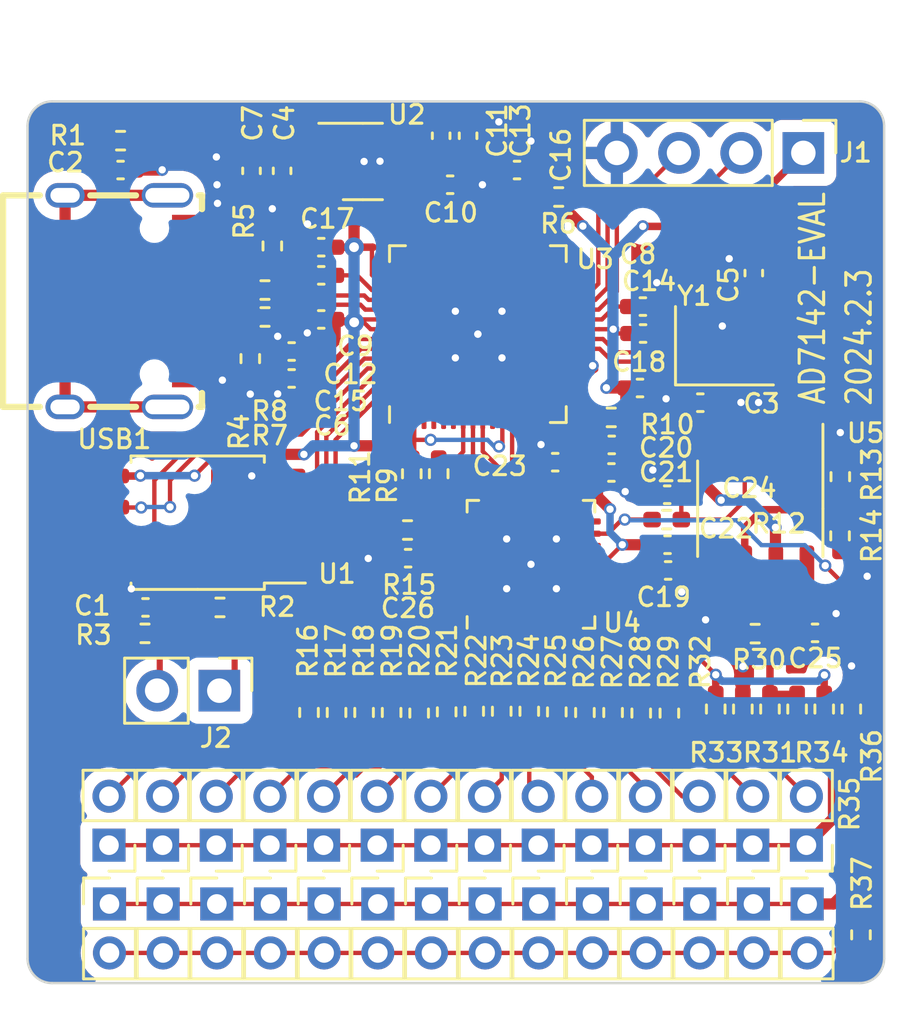
<source format=kicad_pcb>
(kicad_pcb (version 20221018) (generator pcbnew)
  (layers (0 "F.Cu" signal) (31 "B.Cu" signal) (34 "B.Paste" user) (35 "F.Paste" user) (36 "B.SilkS" user "B.Silkscreen") (37 "F.SilkS" user "F.Silkscreen") (38 "B.Mask" user) (39 "F.Mask" user) (44 "Edge.Cuts" user))
  (net 0 "")
  (net 1 "/SHIELD")
  (net 2 "GND")
  (net 3 "Net-(U3-XIN)")
  (net 4 "+3V3")
  (net 5 "VBUS")
  (net 6 "Net-(U3-XOUT)")
  (net 7 "+1V1")
  (net 8 "Net-(U2-BP)")
  (net 9 "Net-(U4-AVCC)")
  (net 10 "Net-(U5-+)")
  (net 11 "/VREF")
  (net 12 "/SWCLK")
  (net 13 "/SWDIO")
  (net 14 "/QSPI_CS")
  (net 15 "Net-(J2-Pin_2)")
  (net 16 "Net-(J10-Pin_1)")
  (net 17 "Net-(J3-Pin_2)")
  (net 18 "Net-(J4-Pin_2)")
  (net 19 "Net-(J5-Pin_2)")
  (net 20 "Net-(J6-Pin_2)")
  (net 21 "Net-(J7-Pin_2)")
  (net 22 "Net-(J8-Pin_2)")
  (net 23 "Net-(J9-Pin_2)")
  (net 24 "Net-(J10-Pin_2)")
  (net 25 "Net-(J11-Pin_2)")
  (net 26 "Net-(J12-Pin_2)")
  (net 27 "Net-(J13-Pin_2)")
  (net 28 "Net-(J14-Pin_2)")
  (net 29 "Net-(J15-Pin_2)")
  (net 30 "Net-(J16-Pin_2)")
  (net 31 "/USBDN")
  (net 32 "/USBDP")
  (net 33 "Net-(J17-Pin_1)")
  (net 34 "/SRC")
  (net 35 "Net-(USB1-CC2)")
  (net 36 "Net-(USB1-CC1)")
  (net 37 "Net-(U3-RUN)")
  (net 38 "Net-(U3-USB_DP)")
  (net 39 "Net-(U3-USB_DM)")
  (net 40 "Net-(U3-GPIO4)")
  (net 41 "/AD7142_INT")
  (net 42 "Net-(U5--)")
  (net 43 "Net-(R14-Pad1)")
  (net 44 "Net-(U4-CIN0)")
  (net 45 "Net-(U4-CIN1)")
  (net 46 "Net-(U4-CIN2)")
  (net 47 "Net-(U4-CIN3)")
  (net 48 "Net-(U4-CIN4)")
  (net 49 "Net-(U4-CIN5)")
  (net 50 "Net-(U4-CIN6)")
  (net 51 "Net-(U4-CIN7)")
  (net 52 "Net-(U4-CIN8)")
  (net 53 "Net-(U4-CIN9)")
  (net 54 "Net-(U4-CIN10)")
  (net 55 "Net-(U4-CIN11)")
  (net 56 "Net-(U4-CIN12)")
  (net 57 "Net-(U4-CIN13)")
  (net 58 "/ACTSHIELD")
  (net 59 "/QSPI_D1")
  (net 60 "/QSPI_D2")
  (net 61 "/QSPI_D0")
  (net 62 "/QSPI_CLK")
  (net 63 "/QSPI_D3")
  (net 64 "/SPI_SCLK")
  (net 65 "/SPI_MOSI")
  (net 66 "/SPI_MISO")
  (net 67 "/AD7142_CS")
  (net 92 "/#SRC")
  (net 101 "/CSHILED")
  (net 102 "Net-(J17-Pin_2)")
  (footprint "Resistor_SMD:R_0402_1005Metric_Pad0.72x0.64mm_HandSolder" (layer "F.Cu") (at 128.11 82.81)
    (fp_text reference "R6")
    (fp_text value "1k")
  )
  (footprint "Capacitor_SMD:C_0402_1005Metric_Pad0.74x0.62mm_HandSolder" (layer "F.Cu") (at 130.2775 92.935)
    (fp_text reference "C20")
    (fp_text value "10uF")
  )
  (footprint "Connector_PinHeader_2.00mm:PinHeader_1x02_P2.00mm_Vertical" (layer "F.Cu") (at 122.911342 111.68)
    (fp_text reference "J23" hide)
    (fp_text value "CH6")
  )
  (footprint "Resistor_SMD:R_0402_1005Metric_Pad0.72x0.64mm_HandSolder" (layer "F.Cu") (at 121.9325 96.41 180)
    (fp_text reference "R15")
    (fp_text value "0R")
  )
  (footprint "Resistor_SMD:R_0402_1005Metric_Pad0.72x0.64mm_HandSolder" (layer "F.Cu") (at 134.5275 103.72 90)
    (fp_text reference "R32")
    (fp_text value "0R")
  )
  (footprint "Connector_PinHeader_2.00mm:PinHeader_1x02_P2.00mm_Vertical" (layer "F.Cu") (at 127.271342 109.28 180)
    (fp_text reference "J11" hide)
    (fp_text value "CH8")
  )
  (footprint "Capacitor_SMD:C_0402_1005Metric_Pad0.74x0.62mm_HandSolder" (layer "F.Cu") (at 133.8975 91.21)
    (fp_text reference "C3")
    (fp_text value "12pF")
  )
  (footprint "Resistor_SMD:R_0402_1005Metric_Pad0.72x0.64mm_HandSolder" (layer "F.Cu") (at 130.3325 103.8625 -90)
    (fp_text reference "R27")
    (fp_text value "0R")
  )
  (footprint "Connector_PinHeader_2.00mm:PinHeader_1x02_P2.00mm_Vertical" (layer "F.Cu") (at 109.752886 111.68)
    (fp_text reference "J17" hide)
    (fp_text value "CH0")
  )
  (footprint "Capacitor_SMD:C_0402_1005Metric_Pad0.74x0.62mm_HandSolder" (layer "F.Cu") (at 132.5435 94.968)
    (fp_text reference "C24")
    (fp_text value "DNP")
  )
  (footprint "Resistor_SMD:R_0402_1005Metric_Pad0.72x0.64mm_HandSolder" (layer "F.Cu") (at 126.9075 103.81 -90)
    (fp_text reference "R24")
    (fp_text value "0R")
  )
  (footprint "Connector_PinHeader_2.00mm:PinHeader_1x02_P2.00mm_Vertical" (layer "F.Cu") (at 129.463649 109.28 180)
    (fp_text reference "J12" hide)
    (fp_text value "CH9")
  )
  (footprint "Resistor_SMD:R_0402_1005Metric_Pad0.72x0.64mm_HandSolder" (layer "F.Cu") (at 137.8515 103.72 90)
    (fp_text reference "R34")
    (fp_text value "0R")
  )
  (footprint "Connector_PinHeader_2.54mm:PinHeader_1x04_P2.54mm_Vertical" (layer "F.Cu") (at 138.1075 81.01 -90)
    (fp_text reference "J1")
    (fp_text value "Conn_01x04_Pin")
  )
  (footprint "Capacitor_SMD:C_0402_1005Metric_Pad0.74x0.62mm_HandSolder" (layer "F.Cu") (at 131.4325 90.61)
    (fp_text reference "C18")
    (fp_text value "0.1uF")
  )
  (footprint "Connector_PinHeader_2.00mm:PinHeader_1x02_P2.00mm_Vertical" (layer "F.Cu") (at 125.079035 109.28 180)
    (fp_text reference "J10" hide)
    (fp_text value "CH7")
  )
  (footprint "Connector_PinHeader_2.00mm:PinHeader_1x02_P2.00mm_Vertical" (layer "F.Cu") (at 136.069798 111.68)
    (fp_text reference "J29" hide)
    (fp_text value "CH12")
  )
  (footprint "Connector_PinHeader_2.00mm:PinHeader_1x02_P2.00mm_Vertical" (layer "F.Cu") (at 133.848263 109.28 180)
    (fp_text reference "J14" hide)
    (fp_text value "CH11")
  )
  (footprint "Resistor_SMD:R_0402_1005Metric_Pad0.72x0.64mm_HandSolder" (layer "F.Cu") (at 132.6325 103.8875 -90)
    (fp_text reference "R29")
    (fp_text value "0R")
  )
  (footprint "Package_CSP:LFCSP-32-1EP_5x5mm_P0.5mm_EP3.1x3.1mm" (layer "F.Cu") (at 126.9775 97.81 90)
    (fp_text reference "U4")
    (fp_text value "AD7142ACPZ-500RL7")
  )
  (footprint "Resistor_SMD:R_0402_1005Metric_Pad0.72x0.64mm_HandSolder" (layer "F.Cu") (at 116.1075 86.61)
    (fp_text reference "R8")
    (fp_text value "27R")
  )
  (footprint "Connector_PinHeader_2.00mm:PinHeader_1x02_P2.00mm_Vertical" (layer "F.Cu") (at 138.232877 109.28 180)
    (fp_text reference "J16" hide)
    (fp_text value "CH13")
  )
  (footprint "Capacitor_SMD:C_0402_1005Metric_Pad0.74x0.62mm_HandSolder" (layer "F.Cu") (at 132.5575 97.01)
    (fp_text reference "C22")
    (fp_text value "0.1uF")
  )
  (footprint "Resistor_SMD:R_0402_1005Metric_Pad0.72x0.64mm_HandSolder" (layer "F.Cu") (at 122.1075 94.1125 90)
    (fp_text reference "R11")
    (fp_text value "10k")
  )
  (footprint "Connector_PinHeader_2.00mm:PinHeader_1x02_P2.00mm_Vertical" (layer "F.Cu") (at 114.139038 111.68)
    (fp_text reference "J19" hide)
    (fp_text value "CH1")
  )
  (footprint "Resistor_SMD:R_0402_1005Metric_Pad0.72x0.64mm_HandSolder" (layer "F.Cu") (at 125.7825 103.81 -90)
    (fp_text reference "R23")
    (fp_text value "0R")
  )
  (footprint "Connector_PinHeader_2.00mm:PinHeader_1x02_P2.00mm_Vertical" (layer "F.Cu") (at 111.945962 111.68)
    (fp_text reference "J18" hide)
    (fp_text value "CH1")
  )
  (footprint "Capacitor_SMD:C_0402_1005Metric_Pad0.74x0.62mm_HandSolder" (layer "F.Cu") (at 118.4075 84.86)
    (fp_text reference "C17")
    (fp_text value "0.1uF")
  )
  (footprint "Resistor_SMD:R_0402_1005Metric_Pad0.72x0.64mm_HandSolder" (layer "F.Cu") (at 128.0325 103.8375 -90)
    (fp_text reference "R25")
    (fp_text value "0R")
  )
  (footprint "Resistor_SMD:R_0402_1005Metric_Pad0.72x0.64mm_HandSolder" (layer "F.Cu") (at 119.0325 103.86 -90)
    (fp_text reference "R17")
    (fp_text value "0R")
  )
  (footprint "Resistor_SMD:R_0402_1005Metric_Pad0.72x0.64mm_HandSolder" (layer "F.Cu") (at 114.27 99.57)
    (fp_text reference "R2")
    (fp_text value "DNP")
  )
  (footprint "Connector_PinHeader_2.00mm:PinHeader_1x02_P2.00mm_Vertical" (layer "F.Cu") (at 122.886728 109.28 180)
    (fp_text reference "J9" hide)
    (fp_text value "CH6")
  )
  (footprint "Connector_PinHeader_2.00mm:PinHeader_1x02_P2.00mm_Vertical" (layer "F.Cu") (at 116.332114 111.68)
    (fp_text reference "J20" hide)
    (fp_text value "CH3")
  )
  (footprint "Resistor_SMD:R_0402_1005Metric_Pad0.72x0.64mm_HandSolder" (layer "F.Cu") (at 122.4075 103.885 -90)
    (fp_text reference "R20")
    (fp_text value "0R")
  )
  (footprint "Capacitor_SMD:C_0402_1005Metric_Pad0.74x0.62mm_HandSolder" (layer "F.Cu") (at 115.5575 81.7425 90)
    (fp_text reference "C7")
    (fp_text value "0.1uF")
  )
  (footprint "Resistor_SMD:R_0402_1005Metric_Pad0.72x0.64mm_HandSolder" (layer "F.Cu") (at 136.1375 100.64 180)
    (fp_text reference "R30")
    (fp_text value "10R")
  )
  (footprint "Resistor_SMD:R_0402_1005Metric_Pad0.72x0.64mm_HandSolder" (layer "F.Cu") (at 132.5235 95.984)
    (fp_text reference "R12")
    (fp_text value "100R")
  )
  (footprint "Resistor_SMD:R_0402_1005Metric_Pad0.72x0.64mm_HandSolder" (layer "F.Cu") (at 140.462 112.9405 90)
    (fp_text reference "R37")
    (fp_text value "0R")
  )
  (footprint "Resistor_SMD:R_0402_1005Metric_Pad0.72x0.64mm_HandSolder" (layer "F.Cu") (at 130.2575 91.81 180)
    (fp_text reference "R10")
    (fp_text value "0R")
  )
  (footprint "Resistor_SMD:R_0402_1005Metric_Pad0.72x0.64mm_HandSolder" (layer "F.Cu") (at 139.6175 94.23 90)
    (fp_text reference "R13")
    (fp_text value "DNP")
  )
  (footprint "Connector_PinHeader_2.00mm:PinHeader_1x02_P2.00mm_Vertical" (layer "F.Cu") (at 118.502114 109.28 180)
    (fp_text reference "J7" hide)
    (fp_text value "CH4")
  )
  (footprint "Capacitor_SMD:C_0402_1005Metric_Pad0.74x0.62mm_HandSolder" (layer "F.Cu") (at 124.4075 80.31 90)
    (fp_text reference "C13")
    (fp_text value "10uF")
  )
  (footprint "Resistor_SMD:R_0402_1005Metric_Pad0.72x0.64mm_HandSolder" (layer "F.Cu") (at 110.2075 80.51)
    (fp_text reference "R1")
    (fp_text value "1M")
  )
  (footprint "Connector_PinHeader_2.00mm:PinHeader_1x02_P2.00mm_Vertical" (layer "F.Cu") (at 136.04057 109.28 180)
    (fp_text reference "J15" hide)
    (fp_text value "CH12")
  )
  (footprint "Connector_PinHeader_2.00mm:PinHeader_1x02_P2.00mm_Vertical" (layer "F.Cu") (at 131.655956 109.28 180)
    (fp_text reference "J13" hide)
    (fp_text value "CH10")
  )
  (footprint "Capacitor_SMD:C_0402_1005Metric_Pad0.74x0.62mm_HandSolder" (layer "F.Cu") (at 132.5825 98.06)
    (fp_text reference "C19")
    (fp_text value "0.1uF")
  )
  (footprint "Capacitor_SMD:C_0402_1005Metric_Pad0.74x0.62mm_HandSolder" (layer "F.Cu") (at 136.0825 85.9175 90)
    (fp_text reference "C5")
    (fp_text value "12pF")
  )
  (footprint "Resistor_SMD:R_0402_1005Metric_Pad0.72x0.64mm_HandSolder" (layer "F.Cu") (at 123.2075 94.11 -90)
    (fp_text reference "R9")
    (fp_text value "100R")
  )
  (footprint "Capacitor_SMD:C_0402_1005Metric_Pad0.74x0.62mm_HandSolder" (layer "F.Cu") (at 116.8075 81.7425 90)
    (fp_text reference "C4")
    (fp_text value "10uF")
  )
  (footprint "Package_SO:SOIC-8_5.23x5.23mm_P1.27mm" (layer "F.Cu") (at 113.3575 96.11 180)
    (fp_text reference "U1")
    (fp_text value "W25Q32JVSS")
  )
  (footprint "Connector_PinHeader_2.00mm:PinHeader_1x02_P2.00mm_Vertical" (layer "F.Cu") (at 120.718266 111.68)
    (fp_text reference "J22" hide)
    (fp_text value "CH5")
  )
  (footprint "Connector_PinHeader_2.00mm:PinHeader_1x02_P2.00mm_Vertical" (layer "F.Cu") (at 125.104418 111.68)
    (fp_text reference "J24" hide)
    (fp_text value "CH7")
  )
  (footprint "Connector_PinHeader_2.00mm:PinHeader_1x02_P2.00mm_Vertical" (layer "F.Cu") (at 133.876722 111.68)
    (fp_text reference "J28" hide)
    (fp_text value "CH11")
  )
  (footprint "Resistor_SMD:R_0402_1005Metric_Pad0.72x0.64mm_HandSolder" (layer "F.Cu") (at 136.7435 103.72 90)
    (fp_text reference "R31")
    (fp_text value "0R")
  )
  (footprint "Connector_PinHeader_2.00mm:PinHeader_1x02_P2.00mm_Vertical" (layer "F.Cu") (at 127.297494 111.68)
    (fp_text reference "J25" hide)
    (fp_text value "CH8")
  )
  (footprint "Resistor_SMD:R_0402_1005Metric_Pad0.72x0.64mm_HandSolder" (layer "F.Cu") (at 123.5325 103.835 -90)
    (fp_text reference "R21")
    (fp_text value "0R")
  )
  (footprint "Resistor_SMD:R_0402_1005Metric_Pad0.72x0.64mm_HandSolder" (layer "F.Cu") (at 135.6355 103.72 90)
    (fp_text reference "R33")
    (fp_text value "DNP")
  )
  (footprint "Resistor_SMD:R_0402_1005Metric_Pad0.72x0.64mm_HandSolder" (layer "F.Cu") (at 116.4075 84.81 90)
    (fp_text reference "R5")
    (fp_text value "5.1k")
  )
  (footprint "Capacitor_SMD:C_0402_1005Metric_Pad0.74x0.62mm_HandSolder" (layer "F.Cu") (at 123.3075 80.31 90)
    (fp_text reference "C11")
    (fp_text value "0.1uF")
  )
  (footprint "Capacitor_SMD:C_0402_1005Metric_Pad0.74x0.62mm_HandSolder" (layer "F.Cu") (at 111.225 99.57)
    (fp_text reference "C1")
    (fp_text value "0.1uF")
  )
  (footprint "Connector_PinHeader_2.00mm:PinHeader_1x02_P2.00mm_Vertical" (layer "F.Cu") (at 116.309807 109.28 180)
    (fp_text reference "J6" hide)
    (fp_text value "CH3")
  )
  (footprint "Resistor_SMD:R_0402_1005Metric_Pad0.72x0.64mm_HandSolder" (layer "F.Cu") (at 138.9595 103.72 90)
    (fp_text reference "R35")
    (fp_text value "0R")
  )
  (footprint "Resistor_SMD:R_0402_1005Metric_Pad0.72x0.64mm_HandSolder" (layer "F.Cu") (at 140.0675 103.72 90)
    (fp_text reference "R36")
    (fp_text value "DNP")
  )
  (footprint "Capacitor_SMD:C_0402_1005Metric_Pad0.74x0.62mm_HandSolder" (layer "F.Cu") (at 121.9575 97.56 180)
    (fp_text reference "C26")
    (fp_text value "0.1uF")
  )
  (footprint "Capacitor_SMD:C_0402_1005Metric_Pad0.74x0.62mm_HandSolder" (layer "F.Cu") (at 138.585 100.61 180)
    (fp_text reference "C25")
    (fp_text value "0.1uF")
  )
  (footprint "Capacitor_SMD:C_0402_1005Metric_Pad0.74x0.62mm_HandSolder" (layer "F.Cu") (at 118.4075 87.81)
    (fp_text reference "C12")
    (fp_text value "1uF")
  )
  (footprint "Capacitor_SMD:C_0402_1005Metric_Pad0.74x0.62mm_HandSolder" (layer "F.Cu") (at 127.9675 93.64 180)
    (fp_text reference "C23")
    (fp_text value "0.1uF")
  )
  (footprint "Capacitor_SMD:C_0402_1005Metric_Pad0.74x0.62mm_HandSolder" (layer "F.Cu") (at 131.5575 88.385 180)
    (fp_text reference "C14")
    (fp_text value "0.1uF")
  )
  (footprint "Connector_PinHeader_2.00mm:PinHeader_1x02_P2.00mm_Vertical" (layer "F.Cu") (at 118.52519 111.68)
    (fp_text reference "J21" hide)
    (fp_text value "CH4")
  )
  (footprint "Connector_PinHeader_2.00mm:PinHeader_1x02_P2.00mm_Vertical" (layer "F.Cu") (at 129.49057 111.68)
    (fp_text reference "J26" hide)
    (fp_text value "CH9")
  )
  (footprint "Resistor_SMD:R_0402_1005Metric_Pad0.72x0.64mm_HandSolder" (layer "F.Cu") (at 116.11 87.71)
    (fp_text reference "R7")
    (fp_text value "27R")
  )
  (footprint "Resistor_SMD:R_0402_1005Metric_Pad0.72x0.64mm_HandSolder" (layer "F.Cu") (at 120.1575 103.86 -90)
    (fp_text reference "R18")
    (fp_text value "0R")
  )
  (footprint "Connector_PinHeader_2.00mm:PinHeader_1x02_P2.00mm_Vertical" (layer "F.Cu") (at 131.683646 111.68)
    (fp_text reference "J27" hide)
    (fp_text value "CH10")
  )
  (footprint "Package_TO_SOT_SMD:SOT-23-5" (layer "F.Cu") (at 120.1075 81.36)
    (fp_text reference "U2")
    (fp_text value "MIC5205-3.3YM5")
  )
  (footprint "Resistor_SMD:R_0402_1005Metric_Pad0.72x0.64mm_HandSolder" (layer "F.Cu") (at 115.5075 89.41 90)
    (fp_text reference "R4")
    (fp_text value "5.1k")
  )
  (footprint "Resistor_SMD:R_0402_1005Metric_Pad0.72x0.64mm_HandSolder" (layer "F.Cu") (at 139.6075 96.6475 90)
    (fp_text reference "R14")
    (fp_text value "100R")
  )
  (footprint "Capacitor_SMD:C_0402_1005Metric_Pad0.74x0.62mm_HandSolder" (layer "F.Cu") (at 117.1975 90.22)
    (fp_text reference "C6")
    (fp_text value "0.1uF")
  )
  (footprint "Package_SO:SOIC-8_3.9x4.9mm_P1.27mm" (layer "F.Cu") (at 136.3475 95.54 -90)
    (fp_text reference "U5")
    (fp_text value "OPA340UA")
  )
  (footprint "Resistor_SMD:R_0402_1005Metric_Pad0.72x0.64mm_HandSolder" (layer "F.Cu") (at 131.4825 103.885 -90)
    (fp_text reference "R28")
    (fp_text value "0R")
  )
  (footprint "Connector_PinHeader_2.00mm:PinHeader_1x02_P2.00mm_Vertical" (layer "F.Cu") (at 109.732886 109.28 180)
    (fp_text reference "J3" hide)
    (fp_text value "CH0")
  )
  (footprint "Resistor_SMD:R_0402_1005Metric_Pad0.72x0.64mm_HandSolder" (layer "F.Cu") (at 121.2825 103.86 -90)
    (fp_text reference "R19")
    (fp_text value "0R")
  )
  (footprint "Connector_PinHeader_2.00mm:PinHeader_1x02_P2.00mm_Vertical" (layer "F.Cu") (at 111.925193 109.28 180)
    (fp_text reference "J4" hide)
    (fp_text value "CH1")
  )
  (footprint "Resistor_SMD:R_0402_1005Metric_Pad0.72x0.64mm_HandSolder" (layer "F.Cu") (at 111.205 100.63 180)
    (fp_text reference "R3")
    (fp_text value "1k")
  )
  (footprint "Capacitor_SMD:C_0402_1005Metric_Pad0.74x0.62mm_HandSolder" (layer "F.Cu") (at 131.55 87.285 180)
    (fp_text reference "C8")
    (fp_text value "0.1uF")
  )
  (footprint "Capacitor_SMD:C_0402_1005Metric_Pad0.74x0.62mm_HandSolder" (layer "F.Cu") (at 123.675 82.31)
    (fp_text reference "C10")
    (fp_text value "0.1uF")
  )
  (footprint "Resistor_SMD:R_0402_1005Metric_Pad0.72x0.64mm_HandSolder" (layer "F.Cu") (at 117.9075 103.86 -90)
    (fp_text reference "R16")
    (fp_text value "0R")
  )
  (footprint "Capacitor_SMD:C_0402_1005Metric_Pad0.74x0.62mm_HandSolder" (layer "F.Cu") (at 130.265 94.06)
    (fp_text reference "C21")
    (fp_text value "0.1uF")
  )
  (footprint "Capacitor_SMD:C_0402_1005Metric_Pad0.74x0.62mm_HandSolder" (layer "F.Cu") (at 110.2075 81.71)
    (fp_text reference "C2")
    (fp_text value "10nF")
  )
  (footprint "Package_DFN_QFN:QFN-56-1EP_7x7mm_P0.4mm_EP3.2x3.2mm" (layer "F.Cu") (at 124.8075 88.41 90)
    (fp_text reference "U3")
    (fp_text value "RP2040")
  )
  (footprint "Connector_PinHeader_2.00mm:PinHeader_1x02_P2.00mm_Vertical" (layer "F.Cu") (at 120.694421 109.28 180)
    (fp_text reference "J8" hide)
    (fp_text value "CH5")
  )
  (footprint "Capacitor_SMD:C_0402_1005Metric_Pad0.74x0.62mm_HandSolder" (layer "F.Cu") (at 126.4075 81.71 180)
    (fp_text reference "C16")
    (fp_text value "0.1uF")
  )
  (footprint "Capacitor_SMD:C_0402_1005Metric_Pad0.74x0.62mm_HandSolder" (layer "F.Cu") (at 118.4075 86.01)
    (fp_text reference "C9")
    (fp_text value "1uF")
  )
  (footprint "Connector_PinHeader_2.00mm:PinHeader_1x02_P2.00mm_Vertical" (layer "F.Cu") (at 138.262874 111.68)
    (fp_text reference "J30" hide)
    (fp_text value "CH13")
  )
  (footprint "connectors:USB-C-SMD_TYPEC-304-BCP16" (layer "F.Cu") (at 110.487 87.0624 -90)
    (fp_text reference "USB1")
    (fp_text value "TYPEC-304-BCP16")
  )
  (footprint "Capacitor_SMD:C_0402_1005Metric_Pad0.74x0.62mm_HandSolder" (layer "F.Cu") (at 117.1975 89.12)
    (fp_text reference "C15")
    (fp_text value "0.1uF")
  )
  (footprint "Connector_PinHeader_2.00mm:PinHeader_1x02_P2.00mm_Vertical" (layer "F.Cu") (at 114.1175 109.28 180)
    (fp_text reference "J5" hide)
    (fp_text value "CH2")
  )
  (footprint "Resistor_SMD:R_0402_1005Metric_Pad0.72x0.64mm_HandSolder" (layer "F.Cu") (at 129.1825 103.8625 -90)
    (fp_text reference "R26")
    (fp_text value "0R")
  )
  (footprint "Crystal:Crystal_SMD_SeikoEpson_FA238-4Pin_3.2x2.5mm" (layer "F.Cu") (at 134.8825 88.885)
    (fp_text reference "Y1")
    (fp_text value "12MHz")
  )
  (footprint "Resistor_SMD:R_0402_1005Metric_Pad0.72x0.64mm_HandSolder" (layer "F.Cu") (at 124.6575 103.81 -90)
    (fp_text reference "R22")
    (fp_text value "0R")
  )
  (footprint "Connector_PinHeader_2.54mm:PinHeader_1x02_P2.54mm_Vertical" (layer "F.Cu") (at 114.2425 102.97 -90)
    (fp_text reference "J2")
    (fp_text value "DOWNLOAD")
  )
  (gr_arc (start 141.4075 113.91) (mid 141.114607 114.617107) (end 140.4075 114.91) (stroke (width 0.1)) (layer "Edge.Cuts"))
  (gr_arc (start 107.4075 114.91) (mid 106.700393 114.617107) (end 106.4075 113.91) (stroke (width 0.1)) (layer "Edge.Cuts"))
  (gr_arc (start 140.4075 78.91) (mid 141.114607 79.202893) (end 141.4075 79.91) (stroke (width 0.1)) (layer "Edge.Cuts"))
  (gr_line (start 107.4075 114.91) (end 140.4075 114.91) (stroke (width 0.1)) (layer "Edge.Cuts"))
  (gr_arc (start 106.4075 79.91) (mid 106.700393 79.202893) (end 107.4075 78.91) (stroke (width 0.1)) (layer "Edge.Cuts"))
  (gr_line (start 140.4075 78.91) (end 107.4075 78.91) (stroke (width 0.1)) (layer "Edge.Cuts"))
  (gr_line (start 141.4075 113.91) (end 141.4075 79.91) (stroke (width 0.1)) (layer "Edge.Cuts"))
  (gr_line (start 106.4075 79.91) (end 106.4075 113.91) (stroke (width 0.1)) (layer "Edge.Cuts"))
  (gr_text "AD7142-EVAL" (at 139.065 91.36 90) (layer "F.SilkS") (effects (font (size 1 0.8382) (thickness 0.127)) (justify left bottom)))
  (gr_text "2024.2.3" (at 140.97 91.41 90) (layer "F.SilkS") (effects (font (size 1 0.8382) (thickness 0.127)) (justify left bottom)))
  (segment (start 109.64 80.54) (end 109.61 80.51) (width 0.4572) (layer "F.Cu") (net 1))
  (segment (start 107.9394 91.3829) (end 107.9394 82.7419) (width 0.4572) (layer "F.Cu") (net 1))
  (segment (start 112.1202 91.3829) (end 107.9394 91.3829) (width 0.4572) (layer "F.Cu") (net 1))
  (segment (start 109.64 81.71) (end 109.64 82.5475) (width 0.4572) (layer "F.Cu") (net 1))
  (segment (start 109.4456 82.7419) (end 112.1202 82.7419) (width 0.4572) (layer "F.Cu") (net 1))
  (segment (start 109.64 82.5475) (end 109.4456 82.7419) (width 0.4572) (layer "F.Cu") (net 1))
  (segment (start 109.64 81.71) (end 109.64 80.54) (width 0.4572) (layer "F.Cu") (net 1))
  (segment (start 109.4456 82.7419) (end 107.9394 82.7419) (width 0.4572) (layer "F.Cu") (net 1))
  (segment (start 116.8075 81.175) (end 114.1225 81.175) (width 0.4572) (layer "F.Cu") (net 2))
  (segment (start 126.9775 97.7675) (end 125.984 96.774) (width 0.25) (layer "F.Cu") (net 2))
  (segment (start 134.9475 91.21) (end 135.5475 91.21) (width 0.4572) (layer "F.Cu") (net 2))
  (segment (start 123.3075 79.7425) (end 125.665 79.7425) (width 0.3048) (layer "F.Cu") (net 2))
  (segment (start 110.805 81.68) (end 110.775 81.71) (width 0.4572) (layer "F.Cu") (net 2))
  (segment (start 124.8075 88.46) (end 123.8875 89.38) (width 0.1778) (layer "F.Cu") (net 2))
  (segment (start 135.5475 91.21) (end 135.5575 91.2) (width 0.4572) (layer "F.Cu") (net 2))
  (segment (start 111.8975 81.71) (end 111.9075 81.7) (width 0.4572) (layer "F.Cu") (net 2))
  (segment (start 113.0346 90.2831) (end 114.3606 90.2831) (width 0.4572) (layer "F.Cu") (net 2))
  (segment (start 136.2675 91.21) (end 136.2775 91.2) (width 0.4572) (layer "F.Cu") (net 2))
  (segment (start 119.6775 81.36) (end 120.7975 81.36) (width 0.4572) (layer "F.Cu") (net 2))
  (segment (start 129.197126 89.699626) (end 128.9075 89.41) (width 0.1778) (layer "F.Cu") (net 2))
  (segment (start 130.845 94.0475) (end 130.8325 94.06) (width 0.3048) (layer "F.Cu") (net 2))
  (segment (start 124.993183 82.31) (end 125.007345 82.295838) (width 0.3048) (layer "F.Cu") (net 2))
  (segment (start 134.7925 88.085) (end 134.7975 88.08) (width 0.4572) (layer "F.Cu") (net 2))
  (segment (start 139.6175 93.6325) (end 139.6175 92.43) (width 0.3048) (layer "F.Cu") (net 2))
  (segment (start 140.0675 103.1225) (end 140.0675 101.97) (width 0.3048) (layer "F.Cu") (net 2))
  (segment (start 135.9825 89.685) (end 135.9825 90.905) (width 0.4572) (layer "F.Cu") (net 2))
  (segment (start 129.497874 89.699626) (end 129.3375 89.699626) (width 0.1778) (layer "F.Cu") (net 2))
  (segment (start 116.63 90.8475) (end 116.6275 90.85) (width 0.4572) (layer "F.Cu") (net 2))
  (segment (start 116.9575 94.205) (end 115.5725 94.205) (width 0.4572) (layer "F.Cu") (net 2))
  (segment (start 113.0346 83.8366) (end 113.9809 83.8366) (width 0.4572) (layer "F.Cu") (net 2))
  (segment (start 118.97 81.36) (end 119.6775 81.36) (width 0.4572) (layer "F.Cu") (net 2))
  (segment (start 134.9475 91.21) (end 136.2675 91.21) (width 0.4572) (layer "F.Cu") (net 2))
  (segment (start 110.6575 99.57) (end 110.6575 98.82) (width 0.3048) (layer "F.Cu") (net 2))
  (segment (start 130.845 92.935) (end 130.845 94.0475) (width 0.3048) (layer "F.Cu") (net 2))
  (segment (start 114.1675 83.65) (end 114.1675 82.33) (width 0.4572) (layer "F.Cu") (net 2))
  (segment (start 114.3606 90.2831) (end 114.3675 90.29) (width 0.4572) (layer "F.Cu") (net 2))
  (segment (start 124.8075 88.41) (end 124.8075 88.46) (width 0.1778) (layer "F.Cu") (net 2))
  (segment (start 125.665 79.7425) (end 125.6875 79.72) (width 0.3048) (layer "F.Cu") (net 2))
  (segment (start 130.8325 94.06) (end 130.8325 94.835) (width 0.3048) (layer "F.Cu") (net 2))
  (segment (start 130.8325 94.835) (end 130.8275 94.84) (width 0.3048) (layer "F.Cu") (net 2))
  (segment (start 128.9075 89.41) (end 128.245 89.41) (width 0.1778) (layer "F.Cu") (net 2))
  (segment (start 140.0675 101.97) (end 140.0775 101.96) (width 0.3048) (layer "F.Cu") (net 2))
  (segment (start 126.975 81.71) (end 126.975 80.5275) (width 0.3048) (layer "F.Cu") (net 2))
  (segment (start 120.7975 81.36) (end 120.8075 81.35) (width 0.4572) (layer "F.Cu") (net 2))
  (segment (start 131.976 93.9785) (end 131.9575 93.96) (width 0.1778) (layer "F.Cu") (net 2))
  (segment (start 129.3375 89.699626) (end 129.197126 89.699626) (width 0.1778) (layer "F.Cu") (net 2))
  (segment (start 134.465 93.0425) (end 134.4425 93.065) (width 0.4572) (layer "F.Cu") (net 2))
  (segment (start 110.6075 99.62) (end 110.6575 99.57) (width 0.3048) (layer "F.Cu") (net 2))
  (segment (start 132 90.61) (end 132.0575 90.61) (width 0.4572) (layer "F.Cu") (net 2))
  (segment (start 114.1175 83.7) (end 114.1675 83.65) (width 0.4572) (layer "F.Cu") (net 2))
  (segment (start 127.7275 95.3725) (end 127.7275 97.06) (width 0.25) (layer "F.Cu") (net 2))
  (segment (start 127.7275 97.06) (end 126.9775 97.81) (width 0.25) (layer "F.Cu") (net 2))
  (segment (start 115.5725 94.205) (end 115.5675 94.2) (width 0.4572) (layer "F.Cu") (net 2))
  (segment (start 120.3375 97.56) (end 120.3275 97.57) (width 0.4572) (layer "F.Cu") (net 2))
  (segment (start 124.2425 82.31) (end 124.993183 82.31) (width 0.3048) (layer "F.Cu") (net 2))
  (segment (start 116.4075 84.2125) (end 116.4075 83.29) (width 0.3048) (layer "F.Cu") (net 2))
  (segment (start 126.7275 98.06) (end 126.9775 97.81) (width 0.25) (layer "F.Cu") (net 2))
  (segment (start 119.6775 81.36) (end 120.1575 81.36) (width 0.4572) (layer "F.Cu") (net 2))
  (segment (start 110.805 80.51) (end 110.805 81.68) (width 0.4572) (layer "F.Cu") (net 2))
  (segment (start 135.0975 85.35) (end 135.0775 85.33) (width 0.3048) (layer "F.Cu") (net 2))
  (segment (start 110.6075 100.63) (end 110.6075 99.62) (width 0.3048) (layer "F.Cu") (net 2))
  (segment (start 134.465 91.21) (end 134.9475 91.21) (width 0.4572) (layer "F.Cu") (net 2))
  (segment (start 115.5075 90.0075) (end 115.5075 90.86) (width 0.4572) (layer "F.Cu") (net 2))
  (segment (start 128.2275 95.3725) (end 128.2275 96.56) (width 0.25) (layer "F.Cu") (net 2))
  (segment (start 126.9775 97.81) (end 126.9775 97.7675) (width 0.25) (layer "F.Cu") (net 2))
  (segment (start 135.9825 90.905) (end 136.2775 91.2) (width 0.4572) (layer "F.Cu") (net 2))
  (segment (start 117.84 87.81) (end 117.84 88.3575) (width 0.4572) (layer "F.Cu") (net 2))
  (segment (start 117.84 88.3575) (end 117.8375 88.36) (width 0.4572) (layer "F.Cu") (net 2))
  (segment (start 110.6575 98.82) (end 110.6475 98.81) (width 0.3048) (layer "F.Cu") (net 2))
  (segment (start 110.775 81.71) (end 111.8975 81.71) (width 0.4572) (layer "F.Cu") (net 2))
  (segment (start 134.465 91.21) (end 134.465 93.0425) (width 0.4572) (layer "F.Cu") (net 2))
  (segment (start 132.125 86.3175) (end 132.1175 86.31) (width 0.4572) (layer "F.Cu") (net 2))
  (segment (start 113.9809 83.8366) (end 114.1175 83.7) (width 0.4572) (layer "F.Cu") (net 2))
  (segment (start 127.4 93.64) (end 127.4 92.9325) (width 0.3048) (layer "F.Cu") (net 2))
  (segment (start 114.1675 82.33) (end 114.1475 82.31) (width 0.4572) (layer "F.Cu") (net 2))
  (segment (start 135.6355 103.1225) (end 135.6355 101.982) (width 0.3048) (layer "F.Cu") (net 2))
  (segment (start 117.84 86.01) (end 117.84 83.9175) (width 0.4572) (layer "F.Cu") (net 2))
  (segment (start 133.125 97.01) (end 133.125 98.9275) (width 0.3048) (layer "F.Cu") (net 2))
  (segment (start 131.976 94.968) (end 131.976 93.9785) (width 0.1778) (layer "F.Cu") (net 2))
  (segment (start 116.63 88.5025) (end 116.6275 88.5) (width 0.4572) (layer "F.Cu") (net 2))
  (segment (start 126.975 80.5275) (end 126.9675 80.52) (width 0.3048) (layer "F.Cu") (net 2))
  (segment (start 127.4 92.9325) (end 127.3875 92.92) (width 0.3048) (layer "F.Cu") (net 2))
  (segment (start 117.84 83.9175) (end 117.8475 83.91) (width 0.4572) (layer "F.Cu") (net 2))
  (segment (start 121.39 97.56) (end 120.3375 97.56) (width 0.4572) (layer "F.Cu") (net 2))
  (segment (start 136.0825 85.35) (end 135.0975 85.35) (width 0.3048) (layer "F.Cu") (net 2))
  (segment (start 116.4175 83.28) (end 116.4075 83.29) (width 0.3048) (layer "F.Cu") (net 2))
  (segment (start 116.63 90.22) (end 116.63 90.8475) (width 0.4572) (layer "F.Cu") (net 2))
  (segment (start 114.1675 83.65) (end 114.1675 83.07) (width 0.4572) (layer "F.Cu") (net 2))
  (segment (start 133.7825 88.085) (end 134.7925 88.085) (width 0.4572) (layer "F.Cu") (net 2))
  (segment (start 132.125 88.385) (end 132.125 86.3175) (width 0.4572) (layer "F.Cu") (net 2))
  (segment (start 128.2275 96.56) (end 126.9775 97.81) (width 0.25) (layer "F.Cu") (net 2))
  (segment (start 135.6355 101.982) (end 135.6375 101.98) (width 0.3048) (layer "F.Cu") (net 2))
  (segment (start 116.63 89.12) (end 116.63 90.22) (width 0.4572) (layer "F.Cu") (net 2))
  (segment (start 124.54 98.06) (end 126.7275 98.06) (width 0.25) (layer "F.Cu") (net 2))
  (segment (start 129.415 97.06) (end 127.7275 97.06) (width 0.25) (layer "F.Cu") (net 2))
  (segment (start 132.0575 90.61) (end 132.4975 91.05) (width 0.4572) (layer "F.Cu") (net 2))
  (segment (start 116.63 89.12) (end 116.63 88.5025) (width 0.4572) (layer "F.Cu") (net 2))
  (segment (start 133.125 98.9275) (end 133.1375 98.94) (width 0.3048) (layer "F.Cu") (net 2))
  (via (at 114.3675 90.29) (size 0.5) (drill 0.3) (layers "F.Cu" "B.Cu") (net 2))
  (via (at 115.5675 94.2) (size 0.5) (drill 0.3) (layers "F.Cu" "B.Cu") (net 2))
  (via (at 120.8075 81.35) (size 0.5) (drill 0.3) (layers "F.Cu" "B.Cu") (net 2))
  (via (at 124.993183 82.31) (size 0.5) (drill 0.3) (layers "F.Cu" "B.Cu") (net 2))
  (via (at 123.8875 87.475) (size 0.5) (drill 0.3) (layers "F.Cu" "B.Cu") (net 2))
  (via (at 135.0775 85.33) (size 0.5) (drill 0.3) (layers "F.Cu" "B.Cu") (net 2))
  (via (at 124.8075 88.41) (size 0.5) (drill 0.3) (layers "F.Cu" "B.Cu") (net 2))
  (via (at 110.6475 98.81) (size 0.5) (drill 0.3) (layers "F.Cu" "B.Cu") (net 2))
  (via (at 129.497874 89.699626) (size 0.5) (drill 0.3) (layers "F.Cu" "B.Cu") (net 2))
  (via (at 115.5075 90.86) (size 0.5) (drill 0.3) (layers "F.Cu" "B.Cu") (net 2))
  (via (at 136.2775 91.2) (size 0.5) (drill 0.3) (layers "F.Cu" "B.Cu") (net 2))
  (via (at 125.665 79.7425) (size 0.5) (drill 0.3) (layers "F.Cu" "B.Cu") (net 2))
  (via (at 139.446 99.822) (size 0.5) (drill 0.3) (layers "F.Cu" "B.Cu") (net 2))
  (via (at 120.1575 81.36) (size 0.5) (drill 0.3) (layers "F.Cu" "B.Cu") (net 2))
  (via (at 132.4975 91.05) (size 0.5) (drill 0.3) (layers "F.Cu" "B.Cu") (net 2))
  (via (at 127.3875 92.92) (size 0.5) (drill 0.3) (layers "F.Cu" "B.Cu") (net 2))
  (via (at 114.1675 83.07) (size 0.5) (drill 0.3) (layers "F.Cu" "B.Cu") (net 2))
  (via (at 117.8475 83.91) (size 0.5) (drill 0.3) (layers "F.Cu" "B.Cu") (net 2))
  (via (at 125.7925 89.38) (size 0.5) (drill 0.3) (layers "F.Cu" "B.Cu") (net 2))
  (via (at 134.7975 88.08) (size 0.5) (drill 0.3) (layers "F.Cu" "B.Cu") (net 2))
  (via (at 128.016 98.806) (size 0.5) (drill 0.3) (layers "F.Cu" "B.Cu") (net 2))
  (via (at 111.9075 81.7) (size 0.5) (drill 0.3) (layers "F.Cu" "B.Cu") (net 2))
  (via (at 130.8275 94.84) (size 0.5) (drill 0.3) (layers "F.Cu" "B.Cu") (net 2))
  (via (at 126.9775 97.81) (size 0.5) (drill 0.3) (layers "F.Cu" "B.Cu") (net 2))
  (via (at 140.0775 101.96) (size 0.5) (drill 0.3) (layers "F.Cu" "B.Cu") (net 2))
  (via (at 128.016 96.774) (size 0.5) (drill 0.3) (layers "F.Cu" "B.Cu") (net 2))
  (via (at 116.4075 83.29) (size 0.5) (drill 0.3) (layers "F.Cu" "B.Cu") (net 2))
  (via (at 120.3275 97.57) (size 0.5) (drill 0.3) (layers "F.Cu" "B.Cu") (net 2))
  (via (at 131.9575 93.96) (size 0.5) (drill 0.3) (layers "F.Cu" "B.Cu") (net 2))
  (via (at 116.6275 88.5) (size 0.5) (drill 0.3) (layers "F.Cu" "B.Cu") (net 2))
  (via (at 125.984 96.774) (size 0.5) (drill 0.3) (layers "F.Cu" "B.Cu") (net 2))
  (via (at 123.8875 89.38) (size 0.5) (drill 0.3) (layers "F.Cu" "B.Cu") (net 2))
  (via (at 135.5575 91.2) (size 0.5) (drill 0.3) (layers "F.Cu" "B.Cu") (net 2))
  (via (at 140.716 98.298) (size 0.5) (drill 0.3) (layers "F.Cu" "B.Cu") (net 2))
  (via (at 117.8375 88.36) (size 0.5) (drill 0.3) (layers "F.Cu" "B.Cu") (net 2))
  (via (at 125.7925 87.475) (size 0.5) (drill 0.3) (layers "F.Cu" "B.Cu") (net 2))
  (via (at 133.1375 98.94) (size 0.5) (drill 0.3) (layers "F.Cu" "B.Cu") (net 2))
  (via (at 125.984 98.806) (size 0.5) (drill 0.3) (layers "F.Cu" "B.Cu") (net 2))
  (via (at 139.6175 92.43) (size 0.5) (drill 0.3) (layers "F.Cu" "B.Cu") (net 2))
  (via (at 114.1475 82.31) (size 0.5) (drill 0.3) (layers "F.Cu" "B.Cu") (net 2))
  (via (at 135.6375 101.98) (size 0.5) (drill 0.3) (layers "F.Cu" "B.Cu") (net 2))
  (via (at 132.1175 86.31) (size 0.5) (drill 0.3) (layers "F.Cu" "B.Cu") (net 2))
  (via (at 134.112 100.076) (size 0.5) (drill 0.3) (layers "F.Cu" "B.Cu") (net 2))
  (via (at 114.1225 81.175) (size 0.5) (drill 0.3) (layers "F.Cu" "B.Cu") (net 2))
  (via (at 124.8075 88.41) (size 0.5) (drill 0.3) (layers "F.Cu" "B.Cu") (net 2))
  (via (at 116.6275 90.85) (size 0.5) (drill 0.3) (layers "F.Cu" "B.Cu") (net 2))
  (via (at 126.975 80.5275) (size 0.5) (drill 0.3) (layers "F.Cu" "B.Cu") (net 2))
  (segment (start 123.8875 87.475) (end 123.8875 87.49) (width 0.1778) (layer "B.Cu") (net 2))
  (segment (start 129.7825 89.01) (end 130.305655 89.533155) (width 0.1778) (layer "F.Cu") (net 3))
  (segment (start 130.305655 89.533155) (end 132.2775 89.533155) (width 0.1778) (layer "F.Cu") (net 3))
  (segment (start 132.429345 89.685) (end 133.7825 89.685) (width 0.1778) (layer "F.Cu") (net 3))
  (segment (start 128.245 89.01) (end 129.7825 89.01) (width 0.1778) (layer "F.Cu") (net 3))
  (segment (start 133.33 91.21) (end 133.33 90.1375) (width 0.1778) (layer "F.Cu") (net 3))
  (segment (start 133.33 90.1375) (end 133.7825 89.685) (width 0.1778) (layer "F.Cu") (net 3))
  (segment (start 132.2775 89.533155) (end 132.429345 89.685) (width 0.1778) (layer "F.Cu") (net 3))
  (segment (start 121.37 85.81) (end 120.4875 85.81) (width 0.1778) (layer "F.Cu") (net 4))
  (segment (start 111.3225 98.015) (end 111.7925 98.485) (width 0.4572) (layer "F.Cu") (net 4))
  (segment (start 136.9675 96.3) (end 136.9675 98) (width 0.4572) (layer "F.Cu") (net 4))
  (segment (start 125.8261 83.5586) (end 125.8075 83.54) (width 0.4572) (layer "F.Cu") (net 4))
  (segment (start 117.765 89.12) (end 118.5275 89.12) (width 0.4572) (layer "F.Cu") (net 4))
  (segment (start 121.335 96.41) (end 121.335 94.2875) (width 0.1778) (layer "F.Cu") (net 4))
  (segment (start 114.133428 97.244072) (end 114.133428 94.015928) (width 0.4572) (layer "F.Cu") (net 4))
  (segment (start 125.8075 81.7425) (end 125.84 81.71) (width 0.1778) (layer "F.Cu") (net 4))
  (segment (start 130.865 90.61) (end 130.0675 90.61) (width 0.4572) (layer "F.Cu") (net 4))
  (segment (start 119.7475 92.97) (end 121.5625 92.97) (width 0.4572) (layer "F.Cu") (net 4))
  (segment (start 112.2575 98.02) (end 113.3575 98.02) (width 0.4572) (layer "F.Cu") (net 4))
  (segment (start 125.555 80.8775) (end 125.84 81.1625) (width 0.4572) (layer "F.Cu") (net 4))
  (segment (start 120.4775 85.99) (end 120.6975 86.21) (width 0.1778) (layer "F.Cu") (net 4))
  (segment (start 120.6975 86.21) (end 121.37 86.21) (width 0.1778) (layer "F.Cu") (net 4))
  (segment (start 121.335 94.2875) (end 122.1075 93.515) (width 0.1778) (layer "F.Cu") (net 4))
  (segment (start 119.092627 87.927627) (end 118.975 87.81) (width 0.25) (layer "F.Cu") (net 4))
  (segment (start 111.7925 99.57) (end 113.6725 99.57) (width 0.25) (layer "F.Cu") (net 4))
  (segment (start 130.855 91.81) (end 130.855 90.62) (width 0.4572) (layer "F.Cu") (net 4))
  (segment (start 134.7475 95.19) (end 134.726842 95.19) (width 0.4572) (layer "F.Cu") (net 4))
  (segment (start 122.2075 80.41) (end 121.245 80.41) (width 0.4572) (layer "F.Cu") (net 4))
  (segment (start 120.0275 87.81) (end 119.075 87.81) (width 0.1778) (layer "F.Cu") (net 4))
  (segment (start 125.84 81.1625) (end 125.84 81.71) (width 0.4572) (layer "F.Cu") (net 4))
  (segment (start 120.5075 84.86) (end 118.975 84.86) (width 0.3048) (layer "F.Cu") (net 4))
  (segment (start 118.975 88.6725) (end 118.975 87.81) (width 0.4572) (layer "F.Cu") (net 4))
  (segment (start 136.9675 98) (end 136.9825 98.015) (width 0.4572) (layer "F.Cu") (net 4))
  (segment (start 128.6461 83.5586) (end 129.0875 84) (width 0.4572) (layer "F.Cu") (net 4))
  (segment (start 120.4775 85.82) (end 120.4775 85.99) (width 0.1778) (layer "F.Cu") (net 4))
  (segment (start 132.6675 91.81) (end 130.855 91.81) (width 0.4572) (layer "F.Cu") (net 4))
  (segment (start 120.4775 84.91) (end 120.4775 85.82) (width 0.1778) (layer "F.Cu") (net 4))
  (segment (start 122.2075 93.415) (end 122.1075 93.515) (width 0.1778) (layer "F.Cu") (net 4))
  (segment (start 130.855 90.62) (end 130.865 90.61) (width 0.4572) (layer "F.Cu") (net 4))
  (segment (start 111.7925 98.485) (end 112.2575 98.02) (width 0.4572) (layer "F.Cu") (net 4))
  (segment (start 122.2075 92.75) (end 122.2075 93.415) (width 0.1778) (layer "F.Cu") (net 4))
  (segment (start 125.8075 83.54) (end 125.8075 82.81) (width 0.1778) (layer "F.Cu") (net 4))
  (segment (start 121.5625 92.97) (end 122.1075 93.515) (width 0.4572) (layer "F.Cu") (net 4))
  (segment (start 120.4275 88.21) (end 120.0275 87.81) (width 0.1778) (layer "F.Cu") (net 4))
  (segment (start 125.8075 92.860792) (end 125.8075 91.8475) (width 0.1778) (layer "F.Cu") (net 4))
  (segment (start 130.5125 88.385) (end 130.3375 88.21) (width 0.1778) (layer "F.Cu") (net 4))
  (segment (start 128.245 88.21) (end 129.7575 88.21) (width 0.1778) (layer "F.Cu") (net 4))
  (segment (start 134.726842 95.19) (end 133.6075 94.070658) (width 0.4572) (layer "F.Cu") (net 4))
  (segment (start 122.2075 91.8475) (end 122.2075 92.75) (width 0.1778) (layer "F.Cu") (net 4))
  (segment (start 120.5475 84.84) (end 122.075 84.84) (width 0.1778) (layer "F.Cu") (net 4))
  (segment (start 125.84 83.5075) (end 125.8075 83.54) (width 0.4572) (layer "F.Cu") (net 4))
  (segment (start 119.752916 87.927627) (end 119.092627 87.927627) (width 0.25) (layer "F.Cu") (net 4))
  (segment (start 120.5175 84.87) (end 120.5075 84.86) (width 0.3048) (layer "F.Cu") (net 4))
  (segment (start 133.6075 94.070658) (end 133.6075 92.75) (width 0.4572) (layer "F.Cu") (net 4))
  (segment (start 118.5275 89.12) (end 118.975 88.6725) (width 0.4572) (layer "F.Cu") (net 4))
  (segment (start 113.3575 98.02) (end 114.133428 97.244072) (width 0.4572) (layer "F.Cu") (net 4))
  (segment (start 114.829356 93.32) (end 117.6986 93.32) (width 0.4572) (layer "F.Cu") (net 4))
  (segment (start 125.8075 82.81) (end 125.8075 81.7425) (width 0.1778) (layer "F.Cu") (net 4))
  (segment (start 136.9825 98.015) (end 136.9825 99.575) (width 0.3048) (layer "F.Cu") (net 4))
  (segment (start 125.8075 84.9725) (end 125.8075 83.54) (width 0.1778) (layer "F.Cu") (net 4))
  (segment (start 129.7575 88.21) (end 130.3375 88.21) (width 0.1778) (layer "F.Cu") (net 4))
  (segment (start 122.876619 92.727547) (end 122.229953 92.727547) (width 0.1778) (layer "F.Cu") (net 4))
  (segment (start 125.6686 92.999692) (end 125.8075 92.860792) (width 0.1778) (layer "F.Cu") (net 4))
  (segment (start 120.5175 84.87) (end 120.5475 84.84) (width 0.1778) (layer "F.Cu") (net 4))
  (segment (start 120.4875 85.81) (end 120.4775 85.82) (width 0.1778) (layer "F.Cu") (net 4))
  (segment (start 130.0675 90.61) (end 130.0575 90.6) (width 0.4572) (layer "F.Cu") (net 4))
  (segment (start 121.37 88.21) (end 120.4275 88.21) (width 0.1778) (layer "F.Cu") (net 4))
  (segment (start 119.7475 83.94) (end 119.7475 84.86) (width 0.4572) (layer "F.Cu") (net 4))
  (segment (start 114.133428 94.015928) (end 114.829356 93.32) (width 0.4572) (layer "F.Cu") (net 4))
  (segment (start 122.229953 92.727547) (end 122.2075 92.75) (width 0.1778) (layer "F.Cu") (net 4))
  (segment (start 120.1289 83.5586) (end 119.7475 83.94) (width 0.4572) (layer "F.Cu") (net 4))
  (segment (start 136.9825 99.575) (end 138.0175 100.61) (width 0.3048) (layer "F.Cu") (net 4))
  (segment (start 135.1075 84.01) (end 131.5475 84.01) (width 0.3048) (layer "F.Cu") (net 4))
  (segment (start 121.37 87.81) (end 120.0275 87.81) (width 0.1778) (layer "F.Cu") (net 4))
  (segment (start 125.84 81.1625) (end 125.84 83.5075) (width 0.4572) (layer "F.Cu") (net 4))
  (segment (start 120.5175 84.87) (end 120.4775 84.91) (width 0.1778) (layer "F.Cu") (net 4))
  (segment (start 133.6075 92.75) (end 132.6675 91.81) (width 0.4572) (layer "F.Cu") (net 4))
  (segment (start 138.1075 81.01) (end 135.1075 84.01) (width 0.3048) (layer "F.Cu") (net 4))
  (segment (start 127.5125 82.81) (end 125.8075 82.81) (width 0.1778) (layer "F.Cu") (net 4))
  (segment (start 111.7925 98.485) (end 111.7925 99.57) (width 0.4572) (layer "F.Cu") (net 4))
  (segment (start 124.4075 80.8775) (end 122.675 80.8775) (width 0.4572) (layer "F.Cu") (net 4))
  (segment (start 119.075 87.81) (end 118.975 87.91) (width 0.1778) (layer "F.Cu") (net 4))
  (segment (start 130.99 88.385) (end 130.5125 88.385) (width 0.1778) (layer "F.Cu") (net 4))
  (segment (start 129.0875 84) (end 129.0975 84) (width 0.4572) (layer "F.Cu") (net 4))
  (segment (start 128.6461 83.5586) (end 125.8261 83.5586) (width 0.4572) (layer "F.Cu") (net 4))
  (segment (start 124.4075 80.8775) (end 125.555 80.8775) (width 0.4572) (layer "F.Cu") (net 4))
  (segment (start 122.075 84.84) (end 122.2075 84.9725) (width 0.1778) (layer "F.Cu") (net 4))
  (segment (start 109.7575 98.015) (end 111.3225 98.015) (width 0.4572) (layer "F.Cu") (net 4))
  (segment (start 128.6461 83.5586) (end 120.1289 83.5586) (width 0.4572) (layer "F.Cu") (net 4))
  (segment (start 122.675 80.8775) (end 122.2075 80.41) (width 0.4572) (layer "F.Cu") (net 4))
  (via (at 129.0975 84) (size 0.5) (drill 0.3) (layers "F.Cu" "B.Cu") (net 4))
  (via (at 130.3375 88.21) (size 0.5) (drill 0.3) (layers "F.Cu" "B.Cu") (net 4))
  (via (at 119.752916 87.927627) (size 0.8) (drill 0.4) (layers "F.Cu" "B.Cu") (net 4))
  (via (at 131.5475 84.01) (size 0.5) (drill 0.3) (layers "F.Cu" "B.Cu") (net 4))
  (via (at 136.9675 96.3) (size 0.5) (drill 0.3) (layers "F.Cu" "B.Cu") (net 4))
  (via (at 125.6686 92.999692) (size 0.5) (drill 0.3) (layers "F.Cu" "B.Cu") (net 4))
  (via (at 117.6986 93.32) (size 0.5) (drill 0.3) (layers "F.Cu" "B.Cu") (net 4))
  (via (at 119.7475 84.86) (size 0.8) (drill 0.4) (layers "F.Cu" "B.Cu") (net 4))
  (via (at 130.0575 90.6) (size 0.5) (drill 0.3) (layers "F.Cu" "B.Cu") (net 4))
  (via (at 122.876619 92.727547) (size 0.5) (drill 0.3) (layers "F.Cu" "B.Cu") (net 4))
  (via (at 134.7475 95.19) (size 0.5) (drill 0.3) (layers "F.Cu" "B.Cu") (net 4))
  (via (at 119.7475 92.97) (size 0.5) (drill 0.3) (layers "F.Cu" "B.Cu") (net 4))
  (segment (start 119.7475 87.922211) (end 119.752916 87.927627) (width 0.3048) (layer "B.Cu") (net 4))
  (segment (start 130.328526 85.228974) (end 131.5475 84.01) (width 0.4572) (layer "B.Cu") (net 4))
  (segment (start 118.0875 92.97) (end 117.7375 93.32) (width 0.4572) (layer "B.Cu") (net 4))
  (segment (start 130.326474 90.331026) (end 130.326474 85.228974) (width 0.4572) (layer "B.Cu") (net 4))
  (segment (start 119.7475 92.97) (end 118.0875 92.97) (width 0.4572) (layer "B.Cu") (net 4))
  (segment (start 119.7475 84.86) (end 119.7475 92.97) (width 0.4572) (layer "B.Cu") (net 4))
  (segment (start 134.7475 95.19) (end 135.8575 95.19) (width 0.4572) (layer "B.Cu") (net 4))
  (segment (start 125.6686 92.999692) (end 125.477192 92.999692) (width 0.1778) (layer "B.Cu") (net 4))
  (segment (start 130.326474 85.228974) (end 129.0975 84) (width 0.4572) (layer "B.Cu") (net 4))
  (segment (start 119.7475 84.86) (end 119.7475 87.922211) (width 0.3048) (layer "B.Cu") (net 4))
  (segment (start 130.326474 85.228974) (end 130.328526 85.228974) (width 0.4572) (layer "B.Cu") (net 4))
  (segment (start 117.7375 93.32) (end 117.6986 93.32) (width 0.4572) (layer "B.Cu") (net 4))
  (segment (start 125.477192 92.999692) (end 125.205047 92.727547) (width 0.1778) (layer "B.Cu") (net 4))
  (segment (start 135.8575 95.19) (end 136.9675 96.3) (width 0.4572) (layer "B.Cu") (net 4))
  (segment (start 125.205047 92.727547) (end 122.876619 92.727547) (width 0.1778) (layer "B.Cu") (net 4))
  (segment (start 130.0575 90.6) (end 130.326474 90.331026) (width 0.4572) (layer "B.Cu") (net 4))
  (segment (start 115.0575 83.77075) (end 115.0575 82.86) (width 0.4572) (layer "F.Cu") (net 5))
  (segment (start 117.6325 82.235) (end 117.7075 82.31) (width 0.4572) (layer "F.Cu") (net 5))
  (segment (start 117.6325 81.085) (end 117.6325 81.91) (width 0.4572) (layer "F.Cu") (net 5))
  (segment (start 113.0346 84.6113) (end 114.21695 84.6113) (width 0.4572) (layer "F.Cu") (net 5))
  (segment (start 114.21695 84.6113) (end 115.0575 83.77075) (width 0.4572) (layer "F.Cu") (net 5))
  (segment (start 115.0575 82.86) (end 115.6075 82.31) (width 0.4572) (layer "F.Cu") (net 5))
  (segment (start 118.97 82.31) (end 117.7075 82.31) (width 0.4572) (layer "F.Cu") (net 5))
  (segment (start 117.6325 81.91) (end 117.6325 82.235) (width 0.4572) (layer "F.Cu") (net 5))
  (segment (start 110.8075 88.087376) (end 110.8075 86.037424) (width 0.4572) (layer "F.Cu") (net 5))
  (segment (start 113.0346 89.5135) (end 112.233624 89.5135) (width 0.4572) (layer "F.Cu") (net 5))
  (segment (start 118.307501 80.41) (end 118.97 80.41) (width 0.4572) (layer "F.Cu") (net 5))
  (segment (start 115.6075 82.31) (end 116.8075 82.31) (width 0.4572) (layer "F.Cu") (net 5))
  (segment (start 110.8075 86.037424) (end 112.233624 84.6113) (width 0.4572) (layer "F.Cu") (net 5))
  (segment (start 112.233624 84.6113) (end 113.0346 84.6113) (width 0.4572) (layer "F.Cu") (net 5))
  (segment (start 117.6325 81.085) (end 118.307501 80.41) (width 0.4572) (layer "F.Cu") (net 5))
  (segment (start 118.97 82.31) (end 116.8075 82.31) (width 0.4572) (layer "F.Cu") (net 5))
  (segment (start 112.233624 89.5135) (end 110.8075 88.087376) (width 0.4572) (layer "F.Cu") (net 5))
  (segment (start 132.7936 88.9239) (end 132.7936 87.1961) (width 0.1778) (layer "F.Cu") (net 6))
  (segment (start 136.0825 86.485) (end 136.0825 87.985) (width 0.1778) (layer "F.Cu") (net 6))
  (segment (start 128.245 88.61) (end 129.91679 88.61) (width 0.1778) (layer "F.Cu") (net 6))
  (segment (start 136.0825 87.985) (end 135.9825 88.085) (width 0.1778) (layer "F.Cu") (net 6))
  (segment (start 133.0797 86.91) (end 134.8075 86.91) (width 0.1778) (layer "F.Cu") (net 6))
  (segment (start 134.8075 86.91) (end 135.9825 88.085) (width 0.1778) (layer "F.Cu") (net 6))
  (segment (start 132.7936 87.1961) (end 133.0797 86.91) (width 0.1778) (layer "F.Cu") (net 6))
  (segment (start 132.562145 89.155355) (end 132.7936 88.9239) (width 0.1778) (layer "F.Cu") (net 6))
  (segment (start 130.462145 89.155355) (end 132.562145 89.155355) (width 0.1778) (layer "F.Cu") (net 6))
  (segment (start 129.91679 88.61) (end 130.462145 89.155355) (width 0.1778) (layer "F.Cu") (net 6))
  (segment (start 121.37 86.61) (end 120.47608 86.61) (width 0.1778) (layer "F.Cu") (net 7))
  (segment (start 121.9775 86.61) (end 122.2075 86.38) (width 0.1778) (layer "F.Cu") (net 7))
  (segment (start 127.0375 85.76) (end 127.5186 86.2411) (width 0.1778) (layer "F.Cu") (net 7))
  (segment (start 122.3475 85.76) (end 127.0375 85.76) (width 0.1778) (layer "F.Cu") (net 7))
  (segment (start 122.2075 88.44) (end 122.0375 88.61) (width 0.1778) (layer "F.Cu") (net 7))
  (segment (start 121.37 88.61) (end 119.84179 88.61) (width 0.1778) (layer "F.Cu") (net 7))
  (segment (start 117.765 90.22) (end 118.23179 90.22) (width 0.25) (layer "F.Cu") (net 7))
  (segment (start 127.5186 86.2411) (end 127.5186 87.601762) (width 0.1778) (layer "F.Cu") (net 7))
  (segment (start 122.2075 86.38) (end 122.2075 85.9) (width 0.1778) (layer "F.Cu") (net 7))
  (segment (start 119.84179 88.61) (end 119.799163 88.652627) (width 0.1778) (layer "F.Cu") (net 7))
  (segment (start 122.2075 85.9) (end 122.3475 85.76) (width 0.1778) (layer "F.Cu") (net 7))
  (segment (start 130.40108 87.285) (end 129.87608 87.81) (width 0.1778) (layer "F.Cu") (net 7))
  (segment (start 122.0375 88.61) (end 121.37 88.61) (width 0.1778) (layer "F.Cu") (net 7))
  (segment (start 127.726838 87.81) (end 128.245 87.81) (width 0.1778) (layer "F.Cu") (net 7))
  (segment (start 122.2075 86.84) (end 122.2075 88.44) (width 0.1778) (layer "F.Cu") (net 7))
  (segment (start 129.87608 87.81) (end 128.245 87.81) (width 0.1778) (layer "F.Cu") (net 7))
  (segment (start 121.37 86.61) (end 121.9775 86.61) (width 0.1778) (layer "F.Cu") (net 7))
  (segment (start 127.5186 87.601762) (end 127.726838 87.81) (width 0.1778) (layer "F.Cu") (net 7))
  (segment (start 118.23179 90.22) (end 119.799163 88.652627) (width 0.25) (layer "F.Cu") (net 7))
  (segment (start 121.9775 86.61) (end 122.2075 86.84) (width 0.1778) (layer "F.Cu") (net 7))
  (segment (start 130.9825 87.285) (end 130.40108 87.285) (width 0.1778) (layer "F.Cu") (net 7))
  (segment (start 119.87608 86.01) (end 118.975 86.01) (width 0.1778) (layer "F.Cu") (net 7))
  (segment (start 120.47608 86.61) (end 119.87608 86.01) (width 0.1778) (layer "F.Cu") (net 7))
  (segment (start 123.1075 82.31) (end 121.245 82.31) (width 0.3048) (layer "F.Cu") (net 8))
  (segment (start 131.99 97.01) (end 130.7075 97.01) (width 0.4572) (layer "F.Cu") (net 9))
  (segment (start 129.66 93.64) (end 129.66 94.0225) (width 0.4572) (layer "F.Cu") (net 9))
  (segment (start 129.415 97.56) (end 130.1575 97.56) (width 0.1778) (layer "F.Cu") (net 9))
  (segment (start 127.2275 94.74) (end 127.5175 94.45) (width 0.25) (layer "F.Cu") (net 9))
  (segment (start 129.66 94.0225) (end 129.6975 94.06) (width 0.4572) (layer "F.Cu") (net 9))
  (segment (start 129.6975 94.06) (end 129.6975 95.05) (width 0.4572) (layer "F.Cu") (net 9))
  (segment (start 129.66 93.64) (end 128.535 93.64) (width 0.3048) (layer "F.Cu") (net 9))
  (segment (start 130.1575 97.56) (end 130.7075 97.01) (width 0.1778) (layer "F.Cu") (net 9))
  (segment (start 129.66 91.81) (end 129.66 93.64) (width 0.4572) (layer "F.Cu") (net 9))
  (segment (start 127.2275 95.3725) (end 127.2275 94.74) (width 0.25) (layer "F.Cu") (net 9))
  (segment (start 127.5175 94.45) (end 128.5775 94.45) (width 0.25) (layer "F.Cu") (net 9))
  (segment (start 128.535 93.64) (end 128.535 94.4075) (width 0.1778) (layer "F.Cu") (net 9))
  (segment (start 128.7275 94.6) (end 128.7275 95.3725) (width 0.25) (layer "F.Cu") (net 9))
  (segment (start 129.6975 95.05) (end 130.2075 95.56) (width 0.4572) (layer "F.Cu") (net 9))
  (segment (start 128.7275 94.6) (end 128.5775 94.45) (width 0.25) (layer "F.Cu") (net 9))
  (segment (start 128.535 94.4075) (end 128.5775 94.45) (width 0.1778) (layer "F.Cu") (net 9))
  (via (at 130.7075 97.01) (size 0.5) (drill 0.3) (layers "F.Cu" "B.Cu") (net 9))
  (via (at 130.2075 95.56) (size 0.5) (drill 0.3) (layers "F.Cu" "B.Cu") (net 9))
  (segment (start 130.2075 96.51) (end 130.7075 97.01) (width 0.3048) (layer "B.Cu") (net 9))
  (segment (start 130.2075 95.56) (end 130.2075 96.51) (width 0.3048) (layer "B.Cu") (net 9))
  (segment (start 134.9365 95.984) (end 135.7125 95.208) (width 0.1778) (layer "F.Cu") (net 10))
  (segment (start 133.121 94.978) (end 133.111 94.968) (width 0.1778) (layer "F.Cu") (net 10))
  (segment (start 133.121 95.984) (end 134.9365 95.984) (width 0.1778) (layer "F.Cu") (net 10))
  (segment (start 133.121 95.984) (end 133.121 94.978) (width 0.1778) (layer "F.Cu") (net 10))
  (segment (start 135.7125 95.208) (end 135.7125 93.065) (width 0.1778) (layer "F.Cu") (net 10))
  (segment (start 122.525 97.56) (end 124.54 97.56) (width 0.1778) (layer "F.Cu") (net 11))
  (segment (start 122.53 97.555) (end 122.525 97.56) (width 0.1778) (layer "F.Cu") (net 11))
  (segment (start 122.53 96.41) (end 122.53 97.555) (width 0.1778) (layer "F.Cu") (net 11))
  (segment (start 130.4853 86.66649) (end 129.74179 87.41) (width 0.1778) (layer "F.Cu") (net 12))
  (segment (start 135.5675 81.01) (end 133.4775 83.1) (width 0.1778) (layer "F.Cu") (net 12))
  (segment (start 129.74179 87.41) (end 128.245 87.41) (width 0.1778) (layer "F.Cu") (net 12))
  (segment (start 130.6425 83.1) (end 130.4853 83.2572) (width 0.1778) (layer "F.Cu") (net 12))
  (segment (start 130.4853 83.2572) (end 130.4853 86.66649) (width 0.1778) (layer "F.Cu") (net 12))
  (segment (start 133.4775 83.1) (end 130.6425 83.1) (width 0.1778) (layer "F.Cu") (net 12))
  (segment (start 130.1075 82.96) (end 130.3675 82.7) (width 0.1778) (layer "F.Cu") (net 13))
  (segment (start 130.3675 82.7) (end 131.3375 82.7) (width 0.1778) (layer "F.Cu") (net 13))
  (segment (start 129.6075 87.01) (end 130.1075 86.51) (width 0.1778) (layer "F.Cu") (net 13))
  (segment (start 130.1075 86.51) (end 130.1075 82.96) (width 0.1778) (layer "F.Cu") (net 13))
  (segment (start 131.3375 82.7) (end 133.0275 81.01) (width 0.1778) (layer "F.Cu") (net 13))
  (segment (start 128.245 87.01) (end 129.6075 87.01) (width 0.1778) (layer "F.Cu") (net 13))
  (segment (start 115.4925 98.015) (end 116.9575 98.015) (width 0.25) (layer "F.Cu") (net 14))
  (segment (start 121.37 91.01) (end 120.7075 91.01) (width 0.1778) (layer "F.Cu") (net 14))
  (segment (start 114.8675 102.345) (end 114.2425 102.97) (width 0.25) (layer "F.Cu") (net 14))
  (segment (start 114.8675 98.64) (end 115.4925 98.015) (width 0.25) (layer "F.Cu") (net 14))
  (segment (start 118.9931 96.8644) (end 117.8425 98.015) (width 0.1778) (layer "F.Cu") (net 14))
  (segment (start 120.7075 91.01) (end 118.9931 92.7244) (width 0.1778) (layer "F.Cu") (net 14))
  (segment (start 118.9931 92.7244) (end 118.9931 96.8644) (width 0.1778) (layer "F.Cu") (net 14))
  (segment (start 117.8425 98.015) (end 116.9575 98.015) (width 0.1778) (layer "F.Cu") (net 14))
  (segment (start 114.8675 99.57) (end 114.8675 98.64) (width 0.25) (layer "F.Cu") (net 14))
  (segment (start 114.8675 99.57) (end 114.8675 102.345) (width 0.25) (layer "F.Cu") (net 14))
  (segment (start 111.8075 100.63) (end 111.8075 102.865) (width 0.25) (layer "F.Cu") (net 15))
  (segment (start 111.8075 102.865) (end 111.7025 102.97) (width 0.25) (layer "F.Cu") (net 15))
  (segment (start 139.336477 106.338977) (end 138.5075 105.51) (width 0.4572) (layer "F.Cu") (net 16))
  (segment (start 137.194733 105.51) (end 136.7435 105.058767) (width 0.4572) (layer "F.Cu") (net 16))
  (segment (start 138.232877 109.28) (end 139.336477 108.1764) (width 0.4572) (layer "F.Cu") (net 16))
  (segment (start 136.7435 105.058767) (end 136.7435 104.3175) (width 0.4572) (layer "F.Cu") (net 16))
  (segment (start 138.5075 105.51) (end 137.194733 105.51) (width 0.4572) (layer "F.Cu") (net 16))
  (segment (start 139.336477 108.1764) (end 139.336477 106.338977) (width 0.4572) (layer "F.Cu") (net 16))
  (segment (start 109.732886 109.28) (end 138.232877 109.28) (width 0.1778) (layer "F.Cu") (net 16))
  (segment (start 136.7435 104.3175) (end 134.5275 104.3175) (width 0.3048) (layer "F.Cu") (net 16))
  (segment (start 117.9075 104.4575) (end 117.4428 104.9222) (width 0.1778) (layer "F.Cu") (net 17))
  (segment (start 112.090686 104.9222) (end 109.732886 107.28) (width 0.1778) (layer "F.Cu") (net 17))
  (segment (start 117.4428 104.9222) (end 112.090686 104.9222) (width 0.1778) (layer "F.Cu") (net 17))
  (segment (start 113.905193 105.3) (end 111.925193 107.28) (width 0.1778) (layer "F.Cu") (net 18))
  (segment (start 119.0325 104.4575) (end 118.19 105.3) (width 0.1778) (layer "F.Cu") (net 18))
  (segment (start 118.19 105.3) (end 113.905193 105.3) (width 0.1778) (layer "F.Cu") (net 18))
  (segment (start 115.7197 105.6778) (end 118.9372 105.6778) (width 0.1778) (layer "F.Cu") (net 19))
  (segment (start 118.9372 105.6778) (end 120.1575 104.4575) (width 0.1778) (layer "F.Cu") (net 19))
  (segment (start 114.1175 107.28) (end 115.7197 105.6778) (width 0.1778) (layer "F.Cu") (net 19))
  (segment (start 119.6844 106.0556) (end 121.2825 104.4575) (width 0.1778) (layer "F.Cu") (net 20))
  (segment (start 116.309807 107.28) (end 117.534207 106.0556) (width 0.1778) (layer "F.Cu") (net 20))
  (segment (start 117.534207 106.0556) (end 119.6844 106.0556) (width 0.1778) (layer "F.Cu") (net 20))
  (segment (start 120.21429 106.06) (end 120.83 106.06) (width 0.1778) (layer "F.Cu") (net 21))
  (segment (start 119.84089 106.4334) (end 120.21429 106.06) (width 0.1778) (layer "F.Cu") (net 21))
  (segment (start 119.348714 106.4334) (end 119.84089 106.4334) (width 0.1778) (layer "F.Cu") (net 21))
  (segment (start 120.83 106.06) (end 122.4075 104.4825) (width 0.1778) (layer "F.Cu") (net 21))
  (segment (start 118.502114 107.28) (end 119.348714 106.4334) (width 0.1778) (layer "F.Cu") (net 21))
  (segment (start 123.5325 104.4325) (end 123.5325 104.441921) (width 0.1778) (layer "F.Cu") (net 22))
  (segment (start 123.5325 104.441921) (end 120.694421 107.28) (width 0.1778) (layer "F.Cu") (net 22))
  (segment (start 124.6575 105.51) (end 122.8875 107.28) (width 0.1778) (layer "F.Cu") (net 23))
  (segment (start 124.6575 104.4075) (end 124.6575 105.51) (width 0.1778) (layer "F.Cu") (net 23))
  (segment (start 122.8875 107.28) (end 122.886728 107.28) (width 0.1778) (layer "F.Cu") (net 23))
  (segment (start 125.7825 106.576535) (end 125.079035 107.28) (width 0.1778) (layer "F.Cu") (net 24))
  (segment (start 125.7825 104.4075) (end 125.7825 106.576535) (width 0.1778) (layer "F.Cu") (net 24))
  (segment (start 126.9075 104.4075) (end 126.9075 106.916158) (width 0.1778) (layer "F.Cu") (net 25))
  (segment (start 126.9075 106.916158) (end 127.271342 107.28) (width 0.1778) (layer "F.Cu") (net 25))
  (segment (start 128.0325 105.065) (end 129.463649 106.496149) (width 0.1778) (layer "F.Cu") (net 26))
  (segment (start 128.0325 104.435) (end 128.0325 105.065) (width 0.1778) (layer "F.Cu") (net 26))
  (segment (start 129.463649 106.496149) (end 129.463649 107.28) (width 0.1778) (layer "F.Cu") (net 26))
  (segment (start 129.1825 104.46) (end 131.655956 106.933456) (width 0.1778) (layer "F.Cu") (net 27))
  (segment (start 131.655956 106.933456) (end 131.655956 107.28) (width 0.1778) (layer "F.Cu") (net 27))
  (segment (start 130.3325 104.46) (end 133.1525 107.28) (width 0.1778) (layer "F.Cu") (net 28))
  (segment (start 133.1525 107.28) (end 133.848263 107.28) (width 0.1778) (layer "F.Cu") (net 28))
  (segment (start 133 106) (end 134.76057 106) (width 0.1778) (layer "F.Cu") (net 29))
  (segment (start 134.76057 106) (end 136.04057 107.28) (width 0.1778) (layer "F.Cu") (net 29))
  (segment (start 131.4825 104.4825) (end 133 106) (width 0.1778) (layer "F.Cu") (net 29))
  (segment (start 133.7697 105.6222) (end 136.575077 105.6222) (width 0.1778) (layer "F.Cu") (net 30))
  (segment (start 132.6325 104.485) (end 133.7697 105.6222) (width 0.1778) (layer "F.Cu") (net 30))
  (segment (start 136.575077 105.6222) (end 138.232877 107.28) (width 0.1778) (layer "F.Cu") (net 30))
  (segment (start 114.2606 86.3131) (end 114.5575 86.61) (width 0.1778) (layer "F.Cu") (net 31))
  (segment (start 113.0346 87.3113) (end 113.8562 87.3113) (width 0.1778) (layer "F.Cu") (net 31))
  (segment (start 113.0346 86.3131) (end 114.2606 86.3131) (width 0.1778) (layer "F.Cu") (net 31))
  (segment (start 114.5575 86.61) (end 115.51 86.61) (width 0.1778) (layer "F.Cu") (net 31))
  (segment (start 113.8562 87.3113) (end 114.5575 86.61) (width 0.1778) (layer "F.Cu") (net 31))
  (segment (start 115.4108 87.8117) (end 115.5125 87.71) (width 0.1778) (layer "F.Cu") (net 32))
  (segment (start 111.7592 87.8117) (end 113.0346 87.8117) (width 0.1778) (layer "F.Cu") (net 32))
  (segment (start 111.854 86.8135) (end 111.5575 87.11) (width 0.1778) (layer "F.Cu") (net 32))
  (segment (start 111.5575 87.11) (end 111.5575 87.61) (width 0.1778) (layer "F.Cu") (net 32))
  (segment (start 113.0346 86.8135) (end 111.854 86.8135) (width 0.1778) (layer "F.Cu") (net 32))
  (segment (start 113.0346 87.8117) (end 115.4108 87.8117) (width 0.1778) (layer "F.Cu") (net 32))
  (segment (start 111.5575 87.61) (end 111.7592 87.8117) (width 0.1778) (layer "F.Cu") (net 32))
  (segment (start 109.752886 111.68) (end 138.262874 111.68) (width 0.1778) (layer "F.Cu") (net 33))
  (segment (start 140.0675 110.95) (end 140.0675 104.3175) (width 0.4572) (layer "F.Cu") (net 33))
  (segment (start 137.8515 104.3175) (end 140.0675 104.3175) (width 0.3048) (layer "F.Cu") (net 33))
  (segment (start 139.3375 111.68) (end 140.0675 110.95) (width 0.4572) (layer "F.Cu") (net 33))
  (segment (start 138.262874 111.68) (end 139.3375 111.68) (width 0.4572) (layer "F.Cu") (net 33))
  (segment (start 130.6935 95.984) (end 130.3385 96.339) (width 0.1778) (layer "F.Cu") (net 34))
  (segment (start 129.415 96.56) (end 130.1175 96.56) (width 0.1778) (layer "F.Cu") (net 34))
  (segment (start 139.001704 97.863318) (end 140.716 99.577614) (width 0.1778) (layer "F.Cu") (net 34))
  (segment (start 130.1175 96.56) (end 130.3385 96.339) (width 0.1778) (layer "F.Cu") (net 34))
  (segment (start 131.926 95.984) (end 130.81 95.984) (width 0.1778) (layer "F.Cu") (net 34))
  (segment (start 140.716 99.577614) (end 140.716 111.506) (width 0.1778) (layer "F.Cu") (net 34))
  (segment (start 140.462 111.76) (end 140.462 112.343) (width 0.1778) (layer "F.Cu") (net 34))
  (segment (start 130.81 95.984) (end 130.6935 95.984) (width 0.1778) (layer "F.Cu") (net 34))
  (segment (start 140.716 111.506) (end 140.462 111.76) (width 0.1778) (layer "F.Cu") (net 34))
  (via (at 139.001704 97.863318) (size 0.5) (drill 0.3) (layers "F.Cu" "B.Cu") (net 34))
  (via (at 130.81 95.984) (size 0.5) (drill 0.3) (layers "F.Cu" "B.Cu") (net 34))
  (segment (start 130.838 96.012) (end 130.81 95.984) (width 0.1778) (layer "B.Cu") (net 34))
  (segment (start 136.398 97.028) (end 135.382 96.012) (width 0.1778) (layer "B.Cu") (net 34))
  (segment (start 139.001704 97.863318) (end 138.166386 97.028) (width 0.1778) (layer "B.Cu") (net 34))
  (segment (start 135.382 96.012) (end 130.838 96.012) (width 0.1778) (layer "B.Cu") (net 34))
  (segment (start 138.166386 97.028) (end 136.398 97.028) (width 0.1778) (layer "B.Cu") (net 34))
  (segment (start 113.0346 88.8125) (end 115.5075 88.8125) (width 0.1778) (layer "F.Cu") (net 35))
  (segment (start 115.26 85.4075) (end 114.8548 85.8127) (width 0.1778) (layer "F.Cu") (net 36))
  (segment (start 113.0346 85.8127) (end 114.8548 85.8127) (width 0.1778) (layer "F.Cu") (net 36))
  (segment (start 116.4075 85.4075) (end 115.26 85.4075) (width 0.1778) (layer "F.Cu") (net 36))
  (segment (start 129.7297 83.1322) (end 129.4075 82.81) (width 0.1778) (layer "F.Cu") (net 37))
  (segment (start 129.7297 86.35351) (end 129.7297 83.1322) (width 0.1778) (layer "F.Cu") (net 37))
  (segment (start 129.47321 86.61) (end 129.7297 86.35351) (width 0.1778) (layer "F.Cu") (net 37))
  (segment (start 129.4075 82.81) (end 128.7075 82.81) (width 0.1778) (layer "F.Cu") (net 37))
  (segment (start 128.245 86.61) (end 129.47321 86.61) (width 0.1778) (layer "F.Cu") (net 37))
  (segment (start 120.2075 87.41) (end 121.37 87.41) (width 0.1778) (layer "F.Cu") (net 38))
  (segment (start 120.0075 87.21) (end 120.2075 87.41) (width 0.1778) (layer "F.Cu") (net 38))
  (segment (start 117.2075 87.21) (end 120.0075 87.21) (width 0.1778) (layer "F.Cu") (net 38))
  (segment (start 116.7075 87.71) (end 117.2075 87.21) (width 0.1778) (layer "F.Cu") (net 38))
  (segment (start 121.37 87.01) (end 120.34179 87.01) (width 0.1778) (layer "F.Cu") (net 39))
  (segment (start 120.16399 86.8322) (end 116.9272 86.8322) (width 0.1778) (layer "F.Cu") (net 39))
  (segment (start 120.34179 87.01) (end 120.16399 86.8322) (width 0.1778) (layer "F.Cu") (net 39))
  (segment (start 116.9272 86.8322) (end 116.705 86.61) (width 0.1778) (layer "F.Cu") (net 39))
  (segment (start 123.2075 93.5125) (end 123.905 93.5125) (width 0.1778) (layer "F.Cu") (net 40))
  (segment (start 123.905 93.5125) (end 124.2075 93.21) (width 0.1778) (layer "F.Cu") (net 40))
  (segment (start 124.2075 93.21) (end 124.2075 91.8475) (width 0.1778) (layer "F.Cu") (net 40))
  (segment (start 122.1075 94.71) (end 123.205 94.71) (width 0.1778) (layer "F.Cu") (net 41))
  (segment (start 123.4575 96.06) (end 124.54 96.06) (width 0.1778) (layer "F.Cu") (net 41))
  (segment (start 123.2075 94.7075) (end 123.2075 95.81) (width 0.1778) (layer "F.Cu") (net 41))
  (segment (start 123.205 94.71) (end 123.2075 94.7075) (width 0.1778) (layer "F.Cu") (net 41))
  (segment (start 123.2075 95.81) (end 123.4575 96.06) (width 0.1778) (layer "F.Cu") (net 41))
  (segment (start 136.9825 93.065) (end 136.9825 94.605) (width 0.3048) (layer "F.Cu") (net 42))
  (segment (start 137.205 94.8275) (end 139.6175 94.8275) (width 0.3048) (layer "F.Cu") (net 42))
  (segment (start 139.6075 96.05) (end 139.6075 94.8375) (width 0.3048) (layer "F.Cu") (net 42))
  (segment (start 136.9825 94.605) (end 137.205 94.8275) (width 0.3048) (layer "F.Cu") (net 42))
  (segment (start 139.6075 94.8375) (end 139.6175 94.8275) (width 0.3048) (layer "F.Cu") (net 42))
  (segment (start 135.7125 96.315) (end 136.4475 95.58) (width 0.3048) (layer "F.Cu") (net 43))
  (segment (start 135.7125 98.015) (end 135.7125 99.665) (width 0.3048) (layer "F.Cu") (net 43))
  (segment (start 137.9425 95.58) (end 139.6075 97.245) (width 0.3048) (layer "F.Cu") (net 43))
  (segment (start 135.7125 98.015) (end 135.7125 96.315) (width 0.3048) (layer "F.Cu") (net 43))
  (segment (start 136.4475 95.58) (end 137.9425 95.58) (width 0.3048) (layer "F.Cu") (net 43))
  (segment (start 135.7125 99.665) (end 135.54 99.8375) (width 0.3048) (layer "F.Cu") (net 43))
  (segment (start 135.54 99.8375) (end 135.54 100.64) (width 0.3048) (layer "F.Cu") (net 43))
  (segment (start 117.9075 103.2625) (end 117.9075 100.81) (width 0.1778) (layer "F.Cu") (net 44))
  (segment (start 118.345 100.3725) (end 120.1575 98.56) (width 0.1778) (layer "F.Cu") (net 44))
  (segment (start 117.9075 100.81) (end 118.345 100.3725) (width 0.1778) (layer "F.Cu") (net 44))
  (segment (start 120.1575 98.56) (end 124.54 98.56) (width 0.1778) (layer "F.Cu") (net 44))
  (segment (start 119.0325 100.755) (end 120.7275 99.06) (width 0.1778) (layer "F.Cu") (net 45))
  (segment (start 119.0325 103.2625) (end 119.0325 100.755) (width 0.1778) (layer "F.Cu") (net 45))
  (segment (start 120.7275 99.06) (end 124.54 99.06) (width 0.1778) (layer "F.Cu") (net 45))
  (segment (start 121.1325 99.56) (end 124.54 99.56) (width 0.1778) (layer "F.Cu") (net 46))
  (segment (start 120.1575 103.2625) (end 120.1575 100.535) (width 0.1778) (layer "F.Cu") (net 46))
  (segment (start 120.1575 100.535) (end 121.1325 99.56) (width 0.1778) (layer "F.Cu") (net 46))
  (segment (start 125.2275 100.87142) (end 125.2275 100.2475) (width 0.1778) (layer "F.Cu") (net 47))
  (segment (start 124.458865 101.640055) (end 125.2275 100.87142) (width 0.1778) (layer "F.Cu") (net 47))
  (segment (start 121.879945 101.640055) (end 124.458865 101.640055) (width 0.1778) (layer "F.Cu") (net 47))
  (segment (start 121.2825 103.2625) (end 121.2825 102.2375) (width 0.1778) (layer "F.Cu") (net 47))
  (segment (start 121.2825 102.2375) (end 121.879945 101.640055) (width 0.1778) (layer "F.Cu") (net 47))
  (segment (start 125.7275 100.2475) (end 125.7275 100.90571) (width 0.1778) (layer "F.Cu") (net 48))
  (segment (start 125.7275 100.90571) (end 124.615355 102.017855) (width 0.1778) (layer "F.Cu") (net 48))
  (segment (start 123.026145 102.017855) (end 122.4075 102.6365) (width 0.1778) (layer "F.Cu") (net 48))
  (segment (start 124.615355 102.017855) (end 123.026145 102.017855) (width 0.1778) (layer "F.Cu") (net 48))
  (segment (start 122.4075 102.6365) (end 122.4075 103.2875) (width 0.1778) (layer "F.Cu") (net 48))
  (segment (start 123.5325 103.2375) (end 123.5325 102.885) (width 0.1778) (layer "F.Cu") (net 49))
  (segment (start 123.5325 102.885) (end 124.0075 102.41) (width 0.1778) (layer "F.Cu") (net 49))
  (segment (start 126.2275 100.94) (end 126.2275 100.2475) (width 0.1778) (layer "F.Cu") (net 49))
  (segment (start 124.0075 102.41) (end 124.7575 102.41) (width 0.1778) (layer "F.Cu") (net 49))
  (segment (start 124.7575 102.41) (end 126.2275 100.94) (width 0.1778) (layer "F.Cu") (net 49))
  (segment (start 126.7275 100.98071) (end 124.6575 103.05071) (width 0.1778) (layer "F.Cu") (net 50))
  (segment (start 124.6575 103.05071) (end 124.6575 103.2125) (width 0.1778) (layer "F.Cu") (net 50))
  (segment (start 126.7275 100.2475) (end 126.7275 100.98071) (width 0.1778) (layer "F.Cu") (net 50))
  (segment (start 127.2275 101.015) (end 127.2275 100.2475) (width 0.1778) (layer "F.Cu") (net 51))
  (segment (start 125.7825 102.46) (end 127.2275 101.015) (width 0.1778) (layer "F.Cu") (net 51))
  (segment (start 125.7825 103.2125) (end 125.7825 102.46) (width 0.1778) (layer "F.Cu") (net 51))
  (segment (start 127.7275 100.2475) (end 127.7275 101.565) (width 0.1778) (layer "F.Cu") (net 52))
  (segment (start 126.9075 102.385) (end 126.9075 103.2125) (width 0.1778) (layer "F.Cu") (net 52))
  (segment (start 127.7275 101.565) (end 126.9075 102.385) (width 0.1778) (layer "F.Cu") (net 52))
  (segment (start 128.2275 102.19) (end 128.0325 102.385) (width 0.1778) (layer "F.Cu") (net 53))
  (segment (start 128.0325 102.385) (end 128.0325 103.24) (width 0.1778) (layer "F.Cu") (net 53))
  (segment (start 128.2275 100.2475) (end 128.2275 102.19) (width 0.1778) (layer "F.Cu") (net 53))
  (segment (start 128.7275 101.78) (end 129.1825 102.235) (width 0.1778) (layer "F.Cu") (net 54))
  (segment (start 129.1825 102.235) (end 129.1825 103.265) (width 0.1778) (layer "F.Cu") (net 54))
  (segment (start 128.7275 100.2475) (end 128.7275 101.78) (width 0.1778) (layer "F.Cu") (net 54))
  (segment (start 130.3325 102.485) (end 130.3325 103.265) (width 0.1778) (layer "F.Cu") (net 55))
  (segment (start 129.415 99.56) (end 129.415 101.5675) (width 0.1778) (layer "F.Cu") (net 55))
  (segment (start 129.415 101.5675) (end 130.3325 102.485) (width 0.1778) (layer "F.Cu") (net 55))
  (segment (start 131.4825 99.835) (end 130.7075 99.06) (width 0.1778) (layer "F.Cu") (net 56))
  (segment (start 130.7075 99.06) (end 129.415 99.06) (width 0.1778) (layer "F.Cu") (net 56))
  (segment (start 131.4825 103.2875) (end 131.4825 99.835) (width 0.1778) (layer "F.Cu") (net 56))
  (segment (start 132.6325 100.235) (end 132.6325 103.29) (width 0.1778) (layer "F.Cu") (net 57))
  (segment (start 130.9575 98.56) (end 132.6325 100.235) (width 0.1778) (layer "F.Cu") (net 57))
  (segment (start 129.415 98.56) (end 130.9575 98.56) (width 0.1778) (layer "F.Cu") (net 57))
  (segment (start 136.7435 103.1225) (end 137.8515 103.1225) (width 0.3048) (layer "F.Cu") (net 58))
  (segment (start 136.7435 100.6485) (end 136.735 100.64) (width 0.3048) (layer "F.Cu") (net 58))
  (segment (start 136.7435 103.1225) (end 136.7435 100.6485) (width 0.3048) (layer "F.Cu") (net 58))
  (segment (start 120.57321 90.61) (end 118.6153 92.56791) (width 0.1778) (layer "F.Cu") (net 59))
  (segment (start 121.37 90.61) (end 120.57321 90.61) (width 0.1778) (layer "F.Cu") (net 59))
  (segment (start 117.8325 96.745) (end 116.9575 96.745) (width 0.1778) (layer "F.Cu") (net 59))
  (segment (start 118.6153 95.9622) (end 117.8325 96.745) (width 0.1778) (layer "F.Cu") (net 59))
  (segment (start 118.6153 92.56791) (end 118.6153 95.9622) (width 0.1778) (layer "F.Cu") (net 59))
  (segment (start 118.2375 95.22) (end 118.2375 92.41142) (width 0.1778) (layer "F.Cu") (net 60))
  (segment (start 116.9575 95.475) (end 117.9825 95.475) (width 0.1778) (layer "F.Cu") (net 60))
  (segment (start 117.9825 95.475) (end 118.2375 95.22) (width 0.1778) (layer "F.Cu") (net 60))
  (segment (start 118.2375 92.41142) (end 120.43892 90.21) (width 0.1778) (layer "F.Cu") (net 60))
  (segment (start 120.43892 90.21) (end 121.37 90.21) (width 0.1778) (layer "F.Cu") (net 60))
  (segment (start 117.60463 92.51) (end 120.30463 89.81) (width 0.1778) (layer "F.Cu") (net 61))
  (segment (start 113.2275 94.19) (end 114.9075 92.51) (width 0.1778) (layer "F.Cu") (net 61))
  (segment (start 114.9075 92.51) (end 117.60463 92.51) (width 0.1778) (layer "F.Cu") (net 61))
  (segment (start 111.0025 94.205) (end 111.0175 94.19) (width 0.3048) (layer "F.Cu") (net 61))
  (segment (start 109.7575 94.205) (end 111.0025 94.205) (width 0.3048) (layer "F.Cu") (net 61))
  (segment (start 120.30463 89.81) (end 121.37 89.81) (width 0.1778) (layer "F.Cu") (net 61))
  (via (at 111.0175 94.19) (size 0.5) (drill 0.3) (layers "F.Cu" "B.Cu") (net 61))
  (via (at 113.2275 94.19) (size 0.5) (drill 0.3) (layers "F.Cu" "B.Cu") (net 61))
  (segment (start 113.2275 94.19) (end 111.0175 94.19) (width 0.3048) (layer "B.Cu") (net 61))
  (segment (start 114.6781 91.9294) (end 112.2275 94.38) (width 0.1778) (layer "F.Cu") (net 62))
  (segment (start 117.65094 91.9294) (end 114.6781 91.9294) (width 0.1778) (layer "F.Cu") (net 62))
  (segment (start 109.7725 95.49) (end 109.7575 95.475) (width 0.1778) (layer "F.Cu") (net 62))
  (segment (start 120.17034 89.41) (end 117.65094 91.9294) (width 0.1778) (layer "F.Cu") (net 62))
  (segment (start 121.37 89.41) (end 120.17034 89.41) (width 0.1778) (layer "F.Cu") (net 62))
  (segment (start 112.2275 94.38) (end 112.2275 95.47) (width 0.1778) (layer "F.Cu") (net 62))
  (segment (start 111.0486 95.49) (end 109.7725 95.49) (width 0.1778) (layer "F.Cu") (net 62))
  (via (at 111.0486 95.49) (size 0.5) (drill 0.3) (layers "F.Cu" "B.Cu") (net 62))
  (via (at 112.2275 95.47) (size 0.5) (drill 0.3) (layers "F.Cu" "B.Cu") (net 62))
  (segment (start 112.2275 95.47) (end 111.0686 95.47) (width 0.1778) (layer "B.Cu") (net 62))
  (segment (start 111.0686 95.47) (end 111.0486 95.49) (width 0.1778) (layer "B.Cu") (net 62))
  (segment (start 114.41802 91.5516) (end 111.5875 94.38212) (width 0.1778) (layer "F.Cu") (net 63))
  (segment (start 111.5875 94.38212) (end 111.5875 96.385) (width 0.1778) (layer "F.Cu") (net 63))
  (segment (start 121.37 89.01) (end 120.03605 89.01) (width 0.1778) (layer "F.Cu") (net 63))
  (segment (start 120.03605 89.01) (end 117.49445 91.5516) (width 0.1778) (layer "F.Cu") (net 63))
  (segment (start 111.2275 96.745) (end 109.7575 96.745) (width 0.1778) (layer "F.Cu") (net 63))
  (segment (start 111.5875 96.385) (end 111.2275 96.745) (width 0.1778) (layer "F.Cu") (net 63))
  (segment (start 117.49445 91.5516) (end 114.41802 91.5516) (width 0.1778) (layer "F.Cu") (net 63))
  (segment (start 125.0075 91.8475) (end 125.0075 93.2) (width 0.1778) (layer "F.Cu") (net 64))
  (segment (start 125.7275 93.92) (end 125.0075 93.2) (width 0.1778) (layer "F.Cu") (net 64))
  (segment (start 125.7275 95.3725) (end 125.7275 93.92) (width 0.1778) (layer "F.Cu") (net 64))
  (segment (start 126.2075 95.3525) (end 126.2075 91.8475) (width 0.1778) (layer "F.Cu") (net 65))
  (segment (start 126.2275 95.3725) (end 126.2075 95.3525) (width 0.1778) (layer "F.Cu") (net 65))
  (segment (start 126.7275 95.3725) (end 126.7275 93.23) (width 0.1778) (layer "F.Cu") (net 66))
  (segment (start 126.7275 93.23) (end 126.6075 93.11) (width 0.1778) (layer "F.Cu") (net 66))
  (segment (start 126.6075 91.8475) (end 126.6075 93.11) (width 0.1778) (layer "F.Cu") (net 66))
  (segment (start 124.6075 93.33429) (end 125.2275 93.95429) (width 0.1778) (layer "F.Cu") (net 67))
  (segment (start 124.6075 91.8475) (end 124.6075 93.33429) (width 0.1778) (layer "F.Cu") (net 67))
  (segment (start 125.2275 93.95429) (end 125.2275 95.3725) (width 0.1778) (layer "F.Cu") (net 67))
  (segment (start 138.9595 102.338) (end 138.9675 102.33) (width 0.3048) (layer "F.Cu") (net 101))
  (segment (start 133.2075 99.94) (end 133.2075 100.44) (width 0.1778) (layer "F.Cu") (net 101))
  (segment (start 134.5275 103.1225) (end 134.5275 102.32) (width 0.3048) (layer "F.Cu") (net 101))
  (segment (start 129.415 98.06) (end 132.015 98.06) (width 0.1778) (layer "F.Cu") (net 101))
  (segment (start 132.015 98.7475) (end 133.2075 99.94) (width 0.1778) (layer "F.Cu") (net 101))
  (segment (start 132.015 98.06) (end 132.015 98.7475) (width 0.1778) (layer "F.Cu") (net 101))
  (segment (start 138.9595 103.1225) (end 138.9595 102.338) (width 0.3048) (layer "F.Cu") (net 101))
  (segment (start 133.2075 101) (end 133.2075 100.44) (width 0.1778) (layer "F.Cu") (net 101))
  (segment (start 134.5275 102.32) (end 133.2075 101) (width 0.1778) (layer "F.Cu") (net 101))
  (via (at 138.9675 102.33) (size 0.5) (drill 0.3) (layers "F.Cu" "B.Cu") (net 101))
  (via (at 134.5275 102.32) (size 0.5) (drill 0.3) (layers "F.Cu" "B.Cu") (net 101))
  (segment (start 138.7151 102.5824) (end 138.9675 102.33) (width 0.3048) (layer "B.Cu") (net 101))
  (segment (start 134.7899 102.5824) (end 138.7151 102.5824) (width 0.3048) (layer "B.Cu") (net 101))
  (segment (start 134.5275 102.32) (end 134.7899 102.5824) (width 0.3048) (layer "B.Cu") (net 101))
  (segment (start 109.752886 113.68) (end 138.262874 113.68) (width 0.1778) (layer "F.Cu") (net 102))
  (segment (start 138.262874 113.68) (end 139.304 113.68) (width 0.1778) (layer "F.Cu") (net 102))
  (segment (start 139.446 113.538) (end 140.462 113.538) (width 0.1778) (layer "F.Cu") (net 102))
  (segment (start 139.304 113.68) (end 139.446 113.538) (width 0.1778) (layer "F.Cu") (net 102))
  (zone (net 2) (net_name "GND") (layers "F&B.Cu") (name "GND") (connect_pads thru_hole_only (clearance 0.5)) (min_thickness 0.25) (fill yes (thermal_gap 0.5) (thermal_bridge_width 0.5))
    (polygon (pts (xy 106.4075 78.91) (xy 141.4075 78.91) (xy 141.4075 114.91) (xy 106.4075 114.91)))
  )
)
</source>
